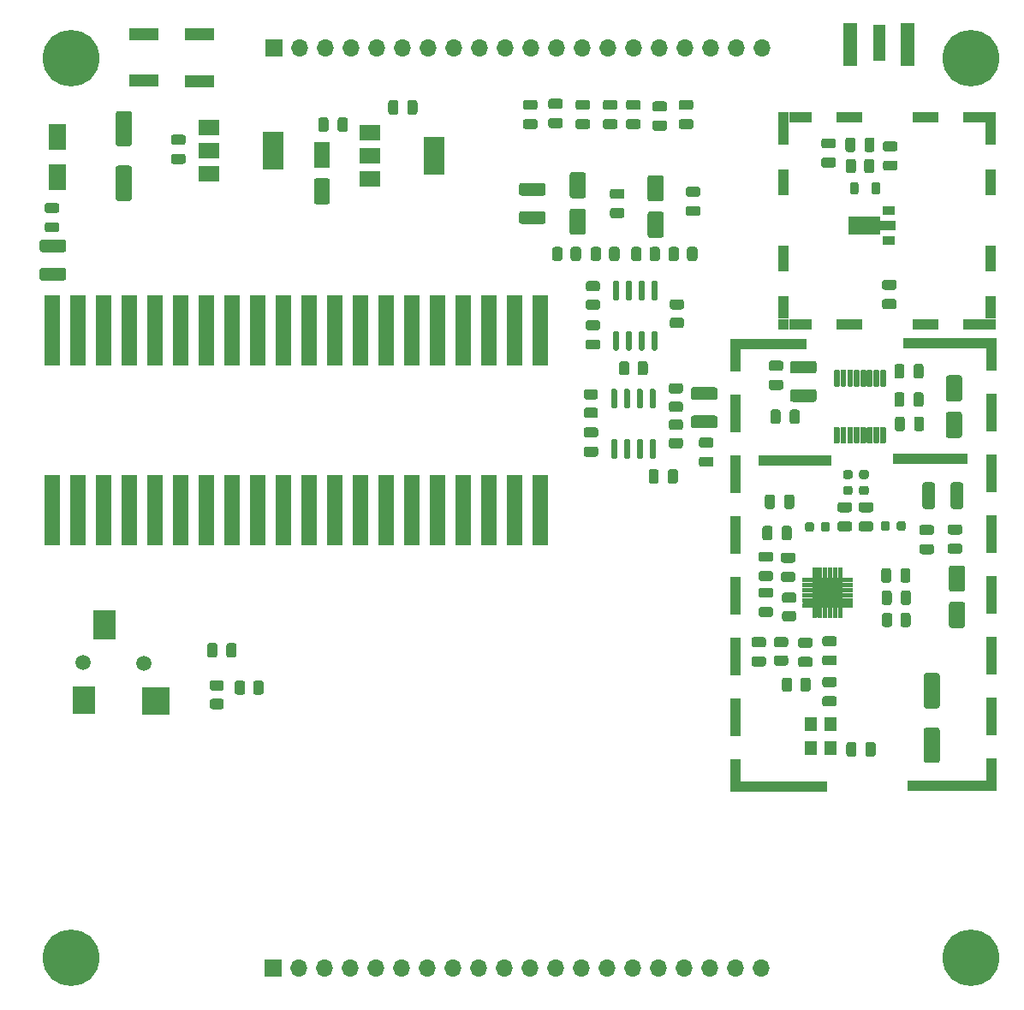
<source format=gbr>
%TF.GenerationSoftware,KiCad,Pcbnew,(5.1.12)-1*%
%TF.CreationDate,2024-04-15T13:07:49-04:00*%
%TF.ProjectId,QO100_TX,514f3130-305f-4545-982e-6b696361645f,rev?*%
%TF.SameCoordinates,Original*%
%TF.FileFunction,Soldermask,Top*%
%TF.FilePolarity,Negative*%
%FSLAX46Y46*%
G04 Gerber Fmt 4.6, Leading zero omitted, Abs format (unit mm)*
G04 Created by KiCad (PCBNEW (5.1.12)-1) date 2024-04-15 13:07:49*
%MOMM*%
%LPD*%
G01*
G04 APERTURE LIST*
%ADD10R,3.800000X1.000000*%
%ADD11R,1.550000X1.000000*%
%ADD12R,1.000000X2.300000*%
%ADD13R,1.000000X3.800000*%
%ADD14R,1.000000X1.000000*%
%ADD15R,1.800000X2.500000*%
%ADD16R,1.200000X1.400000*%
%ADD17C,0.100000*%
%ADD18R,1.300000X0.900000*%
%ADD19R,2.000000X1.500000*%
%ADD20R,2.000000X3.800000*%
%ADD21R,1.500000X7.000000*%
%ADD22R,3.000000X1.300000*%
%ADD23R,1.000000X2.600000*%
%ADD24R,2.300000X1.000000*%
%ADD25R,2.600000X1.000000*%
%ADD26R,1.270000X3.600000*%
%ADD27R,1.350000X4.200000*%
%ADD28R,2.200000X3.000000*%
%ADD29R,2.200000X2.800000*%
%ADD30R,2.800000X2.800000*%
%ADD31C,1.500000*%
%ADD32C,5.600000*%
%ADD33O,1.700000X1.700000*%
%ADD34R,1.700000X1.700000*%
G04 APERTURE END LIST*
%TO.C,U8*%
G36*
G01*
X132450000Y-183448000D02*
X135150000Y-183448000D01*
G75*
G02*
X135252000Y-183550000I0J-102000D01*
G01*
X135252000Y-186250000D01*
G75*
G02*
X135150000Y-186352000I-102000J0D01*
G01*
X132450000Y-186352000D01*
G75*
G02*
X132348000Y-186250000I0J102000D01*
G01*
X132348000Y-183550000D01*
G75*
G02*
X132450000Y-183448000I102000J0D01*
G01*
G37*
G36*
G01*
X134831920Y-186323000D02*
X135268080Y-186323000D01*
G75*
G02*
X135282000Y-186336920I0J-13920D01*
G01*
X135282000Y-187353080D01*
G75*
G02*
X135268080Y-187367000I-13920J0D01*
G01*
X134831920Y-187367000D01*
G75*
G02*
X134818000Y-187353080I0J13920D01*
G01*
X134818000Y-186336920D01*
G75*
G02*
X134831920Y-186323000I13920J0D01*
G01*
G37*
G36*
G01*
X134331920Y-186323000D02*
X134768080Y-186323000D01*
G75*
G02*
X134782000Y-186336920I0J-13920D01*
G01*
X134782000Y-187353080D01*
G75*
G02*
X134768080Y-187367000I-13920J0D01*
G01*
X134331920Y-187367000D01*
G75*
G02*
X134318000Y-187353080I0J13920D01*
G01*
X134318000Y-186336920D01*
G75*
G02*
X134331920Y-186323000I13920J0D01*
G01*
G37*
G36*
G01*
X133831920Y-186323000D02*
X134268080Y-186323000D01*
G75*
G02*
X134282000Y-186336920I0J-13920D01*
G01*
X134282000Y-187353080D01*
G75*
G02*
X134268080Y-187367000I-13920J0D01*
G01*
X133831920Y-187367000D01*
G75*
G02*
X133818000Y-187353080I0J13920D01*
G01*
X133818000Y-186336920D01*
G75*
G02*
X133831920Y-186323000I13920J0D01*
G01*
G37*
G36*
G01*
X133331920Y-186323000D02*
X133768080Y-186323000D01*
G75*
G02*
X133782000Y-186336920I0J-13920D01*
G01*
X133782000Y-187353080D01*
G75*
G02*
X133768080Y-187367000I-13920J0D01*
G01*
X133331920Y-187367000D01*
G75*
G02*
X133318000Y-187353080I0J13920D01*
G01*
X133318000Y-186336920D01*
G75*
G02*
X133331920Y-186323000I13920J0D01*
G01*
G37*
G36*
G01*
X132831920Y-186323000D02*
X133268080Y-186323000D01*
G75*
G02*
X133282000Y-186336920I0J-13920D01*
G01*
X133282000Y-187353080D01*
G75*
G02*
X133268080Y-187367000I-13920J0D01*
G01*
X132831920Y-187367000D01*
G75*
G02*
X132818000Y-187353080I0J13920D01*
G01*
X132818000Y-186336920D01*
G75*
G02*
X132831920Y-186323000I13920J0D01*
G01*
G37*
G36*
G01*
X132331920Y-186323000D02*
X132768080Y-186323000D01*
G75*
G02*
X132782000Y-186336920I0J-13920D01*
G01*
X132782000Y-187353080D01*
G75*
G02*
X132768080Y-187367000I-13920J0D01*
G01*
X132331920Y-187367000D01*
G75*
G02*
X132318000Y-187353080I0J13920D01*
G01*
X132318000Y-186336920D01*
G75*
G02*
X132331920Y-186323000I13920J0D01*
G01*
G37*
G36*
G01*
X132331920Y-182433000D02*
X132768080Y-182433000D01*
G75*
G02*
X132782000Y-182446920I0J-13920D01*
G01*
X132782000Y-183463080D01*
G75*
G02*
X132768080Y-183477000I-13920J0D01*
G01*
X132331920Y-183477000D01*
G75*
G02*
X132318000Y-183463080I0J13920D01*
G01*
X132318000Y-182446920D01*
G75*
G02*
X132331920Y-182433000I13920J0D01*
G01*
G37*
G36*
G01*
X132831920Y-182433000D02*
X133268080Y-182433000D01*
G75*
G02*
X133282000Y-182446920I0J-13920D01*
G01*
X133282000Y-183463080D01*
G75*
G02*
X133268080Y-183477000I-13920J0D01*
G01*
X132831920Y-183477000D01*
G75*
G02*
X132818000Y-183463080I0J13920D01*
G01*
X132818000Y-182446920D01*
G75*
G02*
X132831920Y-182433000I13920J0D01*
G01*
G37*
G36*
G01*
X133331920Y-182433000D02*
X133768080Y-182433000D01*
G75*
G02*
X133782000Y-182446920I0J-13920D01*
G01*
X133782000Y-183463080D01*
G75*
G02*
X133768080Y-183477000I-13920J0D01*
G01*
X133331920Y-183477000D01*
G75*
G02*
X133318000Y-183463080I0J13920D01*
G01*
X133318000Y-182446920D01*
G75*
G02*
X133331920Y-182433000I13920J0D01*
G01*
G37*
G36*
G01*
X133831920Y-182433000D02*
X134268080Y-182433000D01*
G75*
G02*
X134282000Y-182446920I0J-13920D01*
G01*
X134282000Y-183463080D01*
G75*
G02*
X134268080Y-183477000I-13920J0D01*
G01*
X133831920Y-183477000D01*
G75*
G02*
X133818000Y-183463080I0J13920D01*
G01*
X133818000Y-182446920D01*
G75*
G02*
X133831920Y-182433000I13920J0D01*
G01*
G37*
G36*
G01*
X134331920Y-182433000D02*
X134768080Y-182433000D01*
G75*
G02*
X134782000Y-182446920I0J-13920D01*
G01*
X134782000Y-183463080D01*
G75*
G02*
X134768080Y-183477000I-13920J0D01*
G01*
X134331920Y-183477000D01*
G75*
G02*
X134318000Y-183463080I0J13920D01*
G01*
X134318000Y-182446920D01*
G75*
G02*
X134331920Y-182433000I13920J0D01*
G01*
G37*
G36*
G01*
X134831920Y-182433000D02*
X135268080Y-182433000D01*
G75*
G02*
X135282000Y-182446920I0J-13920D01*
G01*
X135282000Y-183463080D01*
G75*
G02*
X135268080Y-183477000I-13920J0D01*
G01*
X134831920Y-183477000D01*
G75*
G02*
X134818000Y-183463080I0J13920D01*
G01*
X134818000Y-182446920D01*
G75*
G02*
X134831920Y-182433000I13920J0D01*
G01*
G37*
G36*
G01*
X135223000Y-183868080D02*
X135223000Y-183431920D01*
G75*
G02*
X135236920Y-183418000I13920J0D01*
G01*
X136253080Y-183418000D01*
G75*
G02*
X136267000Y-183431920I0J-13920D01*
G01*
X136267000Y-183868080D01*
G75*
G02*
X136253080Y-183882000I-13920J0D01*
G01*
X135236920Y-183882000D01*
G75*
G02*
X135223000Y-183868080I0J13920D01*
G01*
G37*
G36*
G01*
X135223000Y-184368080D02*
X135223000Y-183931920D01*
G75*
G02*
X135236920Y-183918000I13920J0D01*
G01*
X136253080Y-183918000D01*
G75*
G02*
X136267000Y-183931920I0J-13920D01*
G01*
X136267000Y-184368080D01*
G75*
G02*
X136253080Y-184382000I-13920J0D01*
G01*
X135236920Y-184382000D01*
G75*
G02*
X135223000Y-184368080I0J13920D01*
G01*
G37*
G36*
G01*
X135223000Y-184868080D02*
X135223000Y-184431920D01*
G75*
G02*
X135236920Y-184418000I13920J0D01*
G01*
X136253080Y-184418000D01*
G75*
G02*
X136267000Y-184431920I0J-13920D01*
G01*
X136267000Y-184868080D01*
G75*
G02*
X136253080Y-184882000I-13920J0D01*
G01*
X135236920Y-184882000D01*
G75*
G02*
X135223000Y-184868080I0J13920D01*
G01*
G37*
G36*
G01*
X135223000Y-185368080D02*
X135223000Y-184931920D01*
G75*
G02*
X135236920Y-184918000I13920J0D01*
G01*
X136253080Y-184918000D01*
G75*
G02*
X136267000Y-184931920I0J-13920D01*
G01*
X136267000Y-185368080D01*
G75*
G02*
X136253080Y-185382000I-13920J0D01*
G01*
X135236920Y-185382000D01*
G75*
G02*
X135223000Y-185368080I0J13920D01*
G01*
G37*
G36*
G01*
X135223000Y-185868080D02*
X135223000Y-185431920D01*
G75*
G02*
X135236920Y-185418000I13920J0D01*
G01*
X136253080Y-185418000D01*
G75*
G02*
X136267000Y-185431920I0J-13920D01*
G01*
X136267000Y-185868080D01*
G75*
G02*
X136253080Y-185882000I-13920J0D01*
G01*
X135236920Y-185882000D01*
G75*
G02*
X135223000Y-185868080I0J13920D01*
G01*
G37*
G36*
G01*
X135223000Y-186368080D02*
X135223000Y-185931920D01*
G75*
G02*
X135236920Y-185918000I13920J0D01*
G01*
X136253080Y-185918000D01*
G75*
G02*
X136267000Y-185931920I0J-13920D01*
G01*
X136267000Y-186368080D01*
G75*
G02*
X136253080Y-186382000I-13920J0D01*
G01*
X135236920Y-186382000D01*
G75*
G02*
X135223000Y-186368080I0J13920D01*
G01*
G37*
G36*
G01*
X131333000Y-186368080D02*
X131333000Y-185931920D01*
G75*
G02*
X131346920Y-185918000I13920J0D01*
G01*
X132363080Y-185918000D01*
G75*
G02*
X132377000Y-185931920I0J-13920D01*
G01*
X132377000Y-186368080D01*
G75*
G02*
X132363080Y-186382000I-13920J0D01*
G01*
X131346920Y-186382000D01*
G75*
G02*
X131333000Y-186368080I0J13920D01*
G01*
G37*
G36*
G01*
X131333000Y-185868080D02*
X131333000Y-185431920D01*
G75*
G02*
X131346920Y-185418000I13920J0D01*
G01*
X132363080Y-185418000D01*
G75*
G02*
X132377000Y-185431920I0J-13920D01*
G01*
X132377000Y-185868080D01*
G75*
G02*
X132363080Y-185882000I-13920J0D01*
G01*
X131346920Y-185882000D01*
G75*
G02*
X131333000Y-185868080I0J13920D01*
G01*
G37*
G36*
G01*
X131333000Y-185368080D02*
X131333000Y-184931920D01*
G75*
G02*
X131346920Y-184918000I13920J0D01*
G01*
X132363080Y-184918000D01*
G75*
G02*
X132377000Y-184931920I0J-13920D01*
G01*
X132377000Y-185368080D01*
G75*
G02*
X132363080Y-185382000I-13920J0D01*
G01*
X131346920Y-185382000D01*
G75*
G02*
X131333000Y-185368080I0J13920D01*
G01*
G37*
G36*
G01*
X131333000Y-184868080D02*
X131333000Y-184431920D01*
G75*
G02*
X131346920Y-184418000I13920J0D01*
G01*
X132363080Y-184418000D01*
G75*
G02*
X132377000Y-184431920I0J-13920D01*
G01*
X132377000Y-184868080D01*
G75*
G02*
X132363080Y-184882000I-13920J0D01*
G01*
X131346920Y-184882000D01*
G75*
G02*
X131333000Y-184868080I0J13920D01*
G01*
G37*
G36*
G01*
X131333000Y-184368080D02*
X131333000Y-183931920D01*
G75*
G02*
X131346920Y-183918000I13920J0D01*
G01*
X132363080Y-183918000D01*
G75*
G02*
X132377000Y-183931920I0J-13920D01*
G01*
X132377000Y-184368080D01*
G75*
G02*
X132363080Y-184382000I-13920J0D01*
G01*
X131346920Y-184382000D01*
G75*
G02*
X131333000Y-184368080I0J13920D01*
G01*
G37*
G36*
G01*
X131333000Y-183868080D02*
X131333000Y-183431920D01*
G75*
G02*
X131346920Y-183418000I13920J0D01*
G01*
X132363080Y-183418000D01*
G75*
G02*
X132377000Y-183431920I0J-13920D01*
G01*
X132377000Y-183868080D01*
G75*
G02*
X132363080Y-183882000I-13920J0D01*
G01*
X131346920Y-183882000D01*
G75*
G02*
X131333000Y-183868080I0J13920D01*
G01*
G37*
%TD*%
%TO.C,C12*%
G36*
G01*
X146850000Y-166000000D02*
X145750000Y-166000000D01*
G75*
G02*
X145500000Y-165750000I0J250000D01*
G01*
X145500000Y-163650000D01*
G75*
G02*
X145750000Y-163400000I250000J0D01*
G01*
X146850000Y-163400000D01*
G75*
G02*
X147100000Y-163650000I0J-250000D01*
G01*
X147100000Y-165750000D01*
G75*
G02*
X146850000Y-166000000I-250000J0D01*
G01*
G37*
G36*
G01*
X146850000Y-169600000D02*
X145750000Y-169600000D01*
G75*
G02*
X145500000Y-169350000I0J250000D01*
G01*
X145500000Y-167250000D01*
G75*
G02*
X145750000Y-167000000I250000J0D01*
G01*
X146850000Y-167000000D01*
G75*
G02*
X147100000Y-167250000I0J-250000D01*
G01*
X147100000Y-169350000D01*
G75*
G02*
X146850000Y-169600000I-250000J0D01*
G01*
G37*
%TD*%
D10*
%TO.C,J4*%
X142150000Y-171650000D03*
X132350000Y-171800000D03*
X128850000Y-171800000D03*
X145750000Y-171650000D03*
D11*
X148725000Y-160200000D03*
X148725000Y-204000000D03*
D10*
X146150000Y-160200000D03*
X146150000Y-204000000D03*
X143150000Y-160200000D03*
X143550000Y-204000000D03*
X126150000Y-160300000D03*
X128450000Y-204100000D03*
X129850000Y-160300000D03*
X131850000Y-204100000D03*
D11*
X125975000Y-160300000D03*
X125975000Y-204100000D03*
D12*
X150000000Y-161850000D03*
X124700000Y-161950000D03*
D13*
X150000000Y-167100000D03*
X124700000Y-167200000D03*
X150000000Y-173100000D03*
X124700000Y-173200000D03*
X150000000Y-179100000D03*
X124700000Y-179200000D03*
X150000000Y-185100000D03*
X124700000Y-185200000D03*
X150000000Y-191100000D03*
X124700000Y-191200000D03*
X150000000Y-197100000D03*
X124700000Y-197200000D03*
D12*
X150000000Y-202350000D03*
X124700000Y-202450000D03*
D14*
X150000000Y-204000000D03*
X150000000Y-160200000D03*
X124700000Y-160300000D03*
X124700000Y-204100000D03*
%TD*%
D15*
%TO.C,D1*%
X57600000Y-139800000D03*
X57600000Y-143800000D03*
%TD*%
D16*
%TO.C,Y1*%
X134050000Y-197900000D03*
X134050000Y-200300000D03*
X132150000Y-200300000D03*
X132150000Y-197900000D03*
%TD*%
D17*
%TO.C,U7*%
G36*
X135900000Y-147733500D02*
G01*
X139025000Y-147733500D01*
X139025000Y-148150000D01*
X140500000Y-148150000D01*
X140500000Y-149050000D01*
X139025000Y-149050000D01*
X139025000Y-149466500D01*
X135900000Y-149466500D01*
X135900000Y-147733500D01*
G37*
D18*
X139850000Y-147100000D03*
X139850000Y-150100000D03*
%TD*%
D19*
%TO.C,U6*%
X88550000Y-139400000D03*
X88550000Y-144000000D03*
X88550000Y-141700000D03*
D20*
X94850000Y-141700000D03*
%TD*%
D19*
%TO.C,U5*%
X72650000Y-138900000D03*
X72650000Y-143500000D03*
X72650000Y-141200000D03*
D20*
X78950000Y-141200000D03*
%TD*%
%TO.C,U4*%
G36*
G01*
X134891800Y-164519200D02*
X134536200Y-164519200D01*
G75*
G02*
X134434200Y-164417200I0J102000D01*
G01*
X134434200Y-162944000D01*
G75*
G02*
X134536200Y-162842000I102000J0D01*
G01*
X134891800Y-162842000D01*
G75*
G02*
X134993800Y-162944000I0J-102000D01*
G01*
X134993800Y-164417200D01*
G75*
G02*
X134891800Y-164519200I-102000J0D01*
G01*
G37*
G36*
G01*
X135552200Y-164519200D02*
X135196600Y-164519200D01*
G75*
G02*
X135094600Y-164417200I0J102000D01*
G01*
X135094600Y-162944000D01*
G75*
G02*
X135196600Y-162842000I102000J0D01*
G01*
X135552200Y-162842000D01*
G75*
G02*
X135654200Y-162944000I0J-102000D01*
G01*
X135654200Y-164417200D01*
G75*
G02*
X135552200Y-164519200I-102000J0D01*
G01*
G37*
G36*
G01*
X136212600Y-164519200D02*
X135857000Y-164519200D01*
G75*
G02*
X135755000Y-164417200I0J102000D01*
G01*
X135755000Y-162944000D01*
G75*
G02*
X135857000Y-162842000I102000J0D01*
G01*
X136212600Y-162842000D01*
G75*
G02*
X136314600Y-162944000I0J-102000D01*
G01*
X136314600Y-164417200D01*
G75*
G02*
X136212600Y-164519200I-102000J0D01*
G01*
G37*
G36*
G01*
X136847600Y-164519200D02*
X136492000Y-164519200D01*
G75*
G02*
X136390000Y-164417200I0J102000D01*
G01*
X136390000Y-162944000D01*
G75*
G02*
X136492000Y-162842000I102000J0D01*
G01*
X136847600Y-162842000D01*
G75*
G02*
X136949600Y-162944000I0J-102000D01*
G01*
X136949600Y-164417200D01*
G75*
G02*
X136847600Y-164519200I-102000J0D01*
G01*
G37*
G36*
G01*
X137508000Y-164519200D02*
X137152400Y-164519200D01*
G75*
G02*
X137050400Y-164417200I0J102000D01*
G01*
X137050400Y-162944000D01*
G75*
G02*
X137152400Y-162842000I102000J0D01*
G01*
X137508000Y-162842000D01*
G75*
G02*
X137610000Y-162944000I0J-102000D01*
G01*
X137610000Y-164417200D01*
G75*
G02*
X137508000Y-164519200I-102000J0D01*
G01*
G37*
G36*
G01*
X138143000Y-164519200D02*
X137787400Y-164519200D01*
G75*
G02*
X137685400Y-164417200I0J102000D01*
G01*
X137685400Y-162944000D01*
G75*
G02*
X137787400Y-162842000I102000J0D01*
G01*
X138143000Y-162842000D01*
G75*
G02*
X138245000Y-162944000I0J-102000D01*
G01*
X138245000Y-164417200D01*
G75*
G02*
X138143000Y-164519200I-102000J0D01*
G01*
G37*
G36*
G01*
X138803400Y-164519200D02*
X138447800Y-164519200D01*
G75*
G02*
X138345800Y-164417200I0J102000D01*
G01*
X138345800Y-162944000D01*
G75*
G02*
X138447800Y-162842000I102000J0D01*
G01*
X138803400Y-162842000D01*
G75*
G02*
X138905400Y-162944000I0J-102000D01*
G01*
X138905400Y-164417200D01*
G75*
G02*
X138803400Y-164519200I-102000J0D01*
G01*
G37*
G36*
G01*
X139463800Y-164519200D02*
X139108200Y-164519200D01*
G75*
G02*
X139006200Y-164417200I0J102000D01*
G01*
X139006200Y-162944000D01*
G75*
G02*
X139108200Y-162842000I102000J0D01*
G01*
X139463800Y-162842000D01*
G75*
G02*
X139565800Y-162944000I0J-102000D01*
G01*
X139565800Y-164417200D01*
G75*
G02*
X139463800Y-164519200I-102000J0D01*
G01*
G37*
G36*
G01*
X139463800Y-170158000D02*
X139108200Y-170158000D01*
G75*
G02*
X139006200Y-170056000I0J102000D01*
G01*
X139006200Y-168582800D01*
G75*
G02*
X139108200Y-168480800I102000J0D01*
G01*
X139463800Y-168480800D01*
G75*
G02*
X139565800Y-168582800I0J-102000D01*
G01*
X139565800Y-170056000D01*
G75*
G02*
X139463800Y-170158000I-102000J0D01*
G01*
G37*
G36*
G01*
X138803400Y-170158000D02*
X138447800Y-170158000D01*
G75*
G02*
X138345800Y-170056000I0J102000D01*
G01*
X138345800Y-168582800D01*
G75*
G02*
X138447800Y-168480800I102000J0D01*
G01*
X138803400Y-168480800D01*
G75*
G02*
X138905400Y-168582800I0J-102000D01*
G01*
X138905400Y-170056000D01*
G75*
G02*
X138803400Y-170158000I-102000J0D01*
G01*
G37*
G36*
G01*
X138143000Y-170158000D02*
X137787400Y-170158000D01*
G75*
G02*
X137685400Y-170056000I0J102000D01*
G01*
X137685400Y-168582800D01*
G75*
G02*
X137787400Y-168480800I102000J0D01*
G01*
X138143000Y-168480800D01*
G75*
G02*
X138245000Y-168582800I0J-102000D01*
G01*
X138245000Y-170056000D01*
G75*
G02*
X138143000Y-170158000I-102000J0D01*
G01*
G37*
G36*
G01*
X137508000Y-170158000D02*
X137152400Y-170158000D01*
G75*
G02*
X137050400Y-170056000I0J102000D01*
G01*
X137050400Y-168582800D01*
G75*
G02*
X137152400Y-168480800I102000J0D01*
G01*
X137508000Y-168480800D01*
G75*
G02*
X137610000Y-168582800I0J-102000D01*
G01*
X137610000Y-170056000D01*
G75*
G02*
X137508000Y-170158000I-102000J0D01*
G01*
G37*
G36*
G01*
X136847600Y-170158000D02*
X136492000Y-170158000D01*
G75*
G02*
X136390000Y-170056000I0J102000D01*
G01*
X136390000Y-168582800D01*
G75*
G02*
X136492000Y-168480800I102000J0D01*
G01*
X136847600Y-168480800D01*
G75*
G02*
X136949600Y-168582800I0J-102000D01*
G01*
X136949600Y-170056000D01*
G75*
G02*
X136847600Y-170158000I-102000J0D01*
G01*
G37*
G36*
G01*
X136212600Y-170158000D02*
X135857000Y-170158000D01*
G75*
G02*
X135755000Y-170056000I0J102000D01*
G01*
X135755000Y-168582800D01*
G75*
G02*
X135857000Y-168480800I102000J0D01*
G01*
X136212600Y-168480800D01*
G75*
G02*
X136314600Y-168582800I0J-102000D01*
G01*
X136314600Y-170056000D01*
G75*
G02*
X136212600Y-170158000I-102000J0D01*
G01*
G37*
G36*
G01*
X135552200Y-170158000D02*
X135196600Y-170158000D01*
G75*
G02*
X135094600Y-170056000I0J102000D01*
G01*
X135094600Y-168582800D01*
G75*
G02*
X135196600Y-168480800I102000J0D01*
G01*
X135552200Y-168480800D01*
G75*
G02*
X135654200Y-168582800I0J-102000D01*
G01*
X135654200Y-170056000D01*
G75*
G02*
X135552200Y-170158000I-102000J0D01*
G01*
G37*
G36*
G01*
X134891800Y-170158000D02*
X134536200Y-170158000D01*
G75*
G02*
X134434200Y-170056000I0J102000D01*
G01*
X134434200Y-168582800D01*
G75*
G02*
X134536200Y-168480800I102000J0D01*
G01*
X134891800Y-168480800D01*
G75*
G02*
X134993800Y-168582800I0J-102000D01*
G01*
X134993800Y-170056000D01*
G75*
G02*
X134891800Y-170158000I-102000J0D01*
G01*
G37*
%TD*%
%TO.C,U3*%
G36*
G01*
X116555000Y-159000000D02*
X116855000Y-159000000D01*
G75*
G02*
X117005000Y-159150000I0J-150000D01*
G01*
X117005000Y-160800000D01*
G75*
G02*
X116855000Y-160950000I-150000J0D01*
G01*
X116555000Y-160950000D01*
G75*
G02*
X116405000Y-160800000I0J150000D01*
G01*
X116405000Y-159150000D01*
G75*
G02*
X116555000Y-159000000I150000J0D01*
G01*
G37*
G36*
G01*
X115285000Y-159000000D02*
X115585000Y-159000000D01*
G75*
G02*
X115735000Y-159150000I0J-150000D01*
G01*
X115735000Y-160800000D01*
G75*
G02*
X115585000Y-160950000I-150000J0D01*
G01*
X115285000Y-160950000D01*
G75*
G02*
X115135000Y-160800000I0J150000D01*
G01*
X115135000Y-159150000D01*
G75*
G02*
X115285000Y-159000000I150000J0D01*
G01*
G37*
G36*
G01*
X114015000Y-159000000D02*
X114315000Y-159000000D01*
G75*
G02*
X114465000Y-159150000I0J-150000D01*
G01*
X114465000Y-160800000D01*
G75*
G02*
X114315000Y-160950000I-150000J0D01*
G01*
X114015000Y-160950000D01*
G75*
G02*
X113865000Y-160800000I0J150000D01*
G01*
X113865000Y-159150000D01*
G75*
G02*
X114015000Y-159000000I150000J0D01*
G01*
G37*
G36*
G01*
X112745000Y-159000000D02*
X113045000Y-159000000D01*
G75*
G02*
X113195000Y-159150000I0J-150000D01*
G01*
X113195000Y-160800000D01*
G75*
G02*
X113045000Y-160950000I-150000J0D01*
G01*
X112745000Y-160950000D01*
G75*
G02*
X112595000Y-160800000I0J150000D01*
G01*
X112595000Y-159150000D01*
G75*
G02*
X112745000Y-159000000I150000J0D01*
G01*
G37*
G36*
G01*
X112745000Y-154050000D02*
X113045000Y-154050000D01*
G75*
G02*
X113195000Y-154200000I0J-150000D01*
G01*
X113195000Y-155850000D01*
G75*
G02*
X113045000Y-156000000I-150000J0D01*
G01*
X112745000Y-156000000D01*
G75*
G02*
X112595000Y-155850000I0J150000D01*
G01*
X112595000Y-154200000D01*
G75*
G02*
X112745000Y-154050000I150000J0D01*
G01*
G37*
G36*
G01*
X114015000Y-154050000D02*
X114315000Y-154050000D01*
G75*
G02*
X114465000Y-154200000I0J-150000D01*
G01*
X114465000Y-155850000D01*
G75*
G02*
X114315000Y-156000000I-150000J0D01*
G01*
X114015000Y-156000000D01*
G75*
G02*
X113865000Y-155850000I0J150000D01*
G01*
X113865000Y-154200000D01*
G75*
G02*
X114015000Y-154050000I150000J0D01*
G01*
G37*
G36*
G01*
X115285000Y-154050000D02*
X115585000Y-154050000D01*
G75*
G02*
X115735000Y-154200000I0J-150000D01*
G01*
X115735000Y-155850000D01*
G75*
G02*
X115585000Y-156000000I-150000J0D01*
G01*
X115285000Y-156000000D01*
G75*
G02*
X115135000Y-155850000I0J150000D01*
G01*
X115135000Y-154200000D01*
G75*
G02*
X115285000Y-154050000I150000J0D01*
G01*
G37*
G36*
G01*
X116555000Y-154050000D02*
X116855000Y-154050000D01*
G75*
G02*
X117005000Y-154200000I0J-150000D01*
G01*
X117005000Y-155850000D01*
G75*
G02*
X116855000Y-156000000I-150000J0D01*
G01*
X116555000Y-156000000D01*
G75*
G02*
X116405000Y-155850000I0J150000D01*
G01*
X116405000Y-154200000D01*
G75*
G02*
X116555000Y-154050000I150000J0D01*
G01*
G37*
%TD*%
%TO.C,U2*%
G36*
G01*
X116355000Y-169700000D02*
X116655000Y-169700000D01*
G75*
G02*
X116805000Y-169850000I0J-150000D01*
G01*
X116805000Y-171500000D01*
G75*
G02*
X116655000Y-171650000I-150000J0D01*
G01*
X116355000Y-171650000D01*
G75*
G02*
X116205000Y-171500000I0J150000D01*
G01*
X116205000Y-169850000D01*
G75*
G02*
X116355000Y-169700000I150000J0D01*
G01*
G37*
G36*
G01*
X115085000Y-169700000D02*
X115385000Y-169700000D01*
G75*
G02*
X115535000Y-169850000I0J-150000D01*
G01*
X115535000Y-171500000D01*
G75*
G02*
X115385000Y-171650000I-150000J0D01*
G01*
X115085000Y-171650000D01*
G75*
G02*
X114935000Y-171500000I0J150000D01*
G01*
X114935000Y-169850000D01*
G75*
G02*
X115085000Y-169700000I150000J0D01*
G01*
G37*
G36*
G01*
X113815000Y-169700000D02*
X114115000Y-169700000D01*
G75*
G02*
X114265000Y-169850000I0J-150000D01*
G01*
X114265000Y-171500000D01*
G75*
G02*
X114115000Y-171650000I-150000J0D01*
G01*
X113815000Y-171650000D01*
G75*
G02*
X113665000Y-171500000I0J150000D01*
G01*
X113665000Y-169850000D01*
G75*
G02*
X113815000Y-169700000I150000J0D01*
G01*
G37*
G36*
G01*
X112545000Y-169700000D02*
X112845000Y-169700000D01*
G75*
G02*
X112995000Y-169850000I0J-150000D01*
G01*
X112995000Y-171500000D01*
G75*
G02*
X112845000Y-171650000I-150000J0D01*
G01*
X112545000Y-171650000D01*
G75*
G02*
X112395000Y-171500000I0J150000D01*
G01*
X112395000Y-169850000D01*
G75*
G02*
X112545000Y-169700000I150000J0D01*
G01*
G37*
G36*
G01*
X112545000Y-164750000D02*
X112845000Y-164750000D01*
G75*
G02*
X112995000Y-164900000I0J-150000D01*
G01*
X112995000Y-166550000D01*
G75*
G02*
X112845000Y-166700000I-150000J0D01*
G01*
X112545000Y-166700000D01*
G75*
G02*
X112395000Y-166550000I0J150000D01*
G01*
X112395000Y-164900000D01*
G75*
G02*
X112545000Y-164750000I150000J0D01*
G01*
G37*
G36*
G01*
X113815000Y-164750000D02*
X114115000Y-164750000D01*
G75*
G02*
X114265000Y-164900000I0J-150000D01*
G01*
X114265000Y-166550000D01*
G75*
G02*
X114115000Y-166700000I-150000J0D01*
G01*
X113815000Y-166700000D01*
G75*
G02*
X113665000Y-166550000I0J150000D01*
G01*
X113665000Y-164900000D01*
G75*
G02*
X113815000Y-164750000I150000J0D01*
G01*
G37*
G36*
G01*
X115085000Y-164750000D02*
X115385000Y-164750000D01*
G75*
G02*
X115535000Y-164900000I0J-150000D01*
G01*
X115535000Y-166550000D01*
G75*
G02*
X115385000Y-166700000I-150000J0D01*
G01*
X115085000Y-166700000D01*
G75*
G02*
X114935000Y-166550000I0J150000D01*
G01*
X114935000Y-164900000D01*
G75*
G02*
X115085000Y-164750000I150000J0D01*
G01*
G37*
G36*
G01*
X116355000Y-164750000D02*
X116655000Y-164750000D01*
G75*
G02*
X116805000Y-164900000I0J-150000D01*
G01*
X116805000Y-166550000D01*
G75*
G02*
X116655000Y-166700000I-150000J0D01*
G01*
X116355000Y-166700000D01*
G75*
G02*
X116205000Y-166550000I0J150000D01*
G01*
X116205000Y-164900000D01*
G75*
G02*
X116355000Y-164750000I150000J0D01*
G01*
G37*
%TD*%
D21*
%TO.C,U1*%
X57100000Y-158980000D03*
X59640000Y-158980000D03*
X62180000Y-158980000D03*
X64720000Y-158980000D03*
X67260000Y-158980000D03*
X69800000Y-158980000D03*
X72340000Y-158980000D03*
X74880000Y-158980000D03*
X77420000Y-158980000D03*
X79960000Y-158980000D03*
X82500000Y-158980000D03*
X85040000Y-158980000D03*
X87580000Y-158980000D03*
X90120000Y-158980000D03*
X92660000Y-158980000D03*
X95200000Y-158980000D03*
X97740000Y-158980000D03*
X100280000Y-158980000D03*
X102820000Y-158980000D03*
X105360000Y-158980000D03*
X105360000Y-176760000D03*
X102820000Y-176760000D03*
X100280000Y-176760000D03*
X97740000Y-176760000D03*
X95200000Y-176760000D03*
X92660000Y-176760000D03*
X90120000Y-176760000D03*
X87580000Y-176760000D03*
X85040000Y-176760000D03*
X82500000Y-176760000D03*
X79960000Y-176760000D03*
X77420000Y-176760000D03*
X74880000Y-176760000D03*
X72340000Y-176760000D03*
X69800000Y-176760000D03*
X67260000Y-176760000D03*
X64720000Y-176760000D03*
X62180000Y-176760000D03*
X59640000Y-176760000D03*
X57100000Y-176760000D03*
%TD*%
D22*
%TO.C,SW1*%
X71700000Y-134300000D03*
X71700000Y-129700000D03*
X66200000Y-129700000D03*
X66200000Y-134250000D03*
%TD*%
%TO.C,R17*%
G36*
G01*
X140200000Y-187149998D02*
X140200000Y-188050002D01*
G75*
G02*
X139950002Y-188300000I-249998J0D01*
G01*
X139424998Y-188300000D01*
G75*
G02*
X139175000Y-188050002I0J249998D01*
G01*
X139175000Y-187149998D01*
G75*
G02*
X139424998Y-186900000I249998J0D01*
G01*
X139950002Y-186900000D01*
G75*
G02*
X140200000Y-187149998I0J-249998D01*
G01*
G37*
G36*
G01*
X142025000Y-187149998D02*
X142025000Y-188050002D01*
G75*
G02*
X141775002Y-188300000I-249998J0D01*
G01*
X141249998Y-188300000D01*
G75*
G02*
X141000000Y-188050002I0J249998D01*
G01*
X141000000Y-187149998D01*
G75*
G02*
X141249998Y-186900000I249998J0D01*
G01*
X141775002Y-186900000D01*
G75*
G02*
X142025000Y-187149998I0J-249998D01*
G01*
G37*
%TD*%
%TO.C,R16*%
G36*
G01*
X130450002Y-185912500D02*
X129549998Y-185912500D01*
G75*
G02*
X129300000Y-185662502I0J249998D01*
G01*
X129300000Y-185137498D01*
G75*
G02*
X129549998Y-184887500I249998J0D01*
G01*
X130450002Y-184887500D01*
G75*
G02*
X130700000Y-185137498I0J-249998D01*
G01*
X130700000Y-185662502D01*
G75*
G02*
X130450002Y-185912500I-249998J0D01*
G01*
G37*
G36*
G01*
X130450002Y-187737500D02*
X129549998Y-187737500D01*
G75*
G02*
X129300000Y-187487502I0J249998D01*
G01*
X129300000Y-186962498D01*
G75*
G02*
X129549998Y-186712500I249998J0D01*
G01*
X130450002Y-186712500D01*
G75*
G02*
X130700000Y-186962498I0J-249998D01*
G01*
X130700000Y-187487502D01*
G75*
G02*
X130450002Y-187737500I-249998J0D01*
G01*
G37*
%TD*%
%TO.C,R15*%
G36*
G01*
X136600000Y-142249998D02*
X136600000Y-143150002D01*
G75*
G02*
X136350002Y-143400000I-249998J0D01*
G01*
X135824998Y-143400000D01*
G75*
G02*
X135575000Y-143150002I0J249998D01*
G01*
X135575000Y-142249998D01*
G75*
G02*
X135824998Y-142000000I249998J0D01*
G01*
X136350002Y-142000000D01*
G75*
G02*
X136600000Y-142249998I0J-249998D01*
G01*
G37*
G36*
G01*
X138425000Y-142249998D02*
X138425000Y-143150002D01*
G75*
G02*
X138175002Y-143400000I-249998J0D01*
G01*
X137649998Y-143400000D01*
G75*
G02*
X137400000Y-143150002I0J249998D01*
G01*
X137400000Y-142249998D01*
G75*
G02*
X137649998Y-142000000I249998J0D01*
G01*
X138175002Y-142000000D01*
G75*
G02*
X138425000Y-142249998I0J-249998D01*
G01*
G37*
%TD*%
%TO.C,R14*%
G36*
G01*
X128749998Y-191100000D02*
X129650002Y-191100000D01*
G75*
G02*
X129900000Y-191349998I0J-249998D01*
G01*
X129900000Y-191875002D01*
G75*
G02*
X129650002Y-192125000I-249998J0D01*
G01*
X128749998Y-192125000D01*
G75*
G02*
X128500000Y-191875002I0J249998D01*
G01*
X128500000Y-191349998D01*
G75*
G02*
X128749998Y-191100000I249998J0D01*
G01*
G37*
G36*
G01*
X128749998Y-189275000D02*
X129650002Y-189275000D01*
G75*
G02*
X129900000Y-189524998I0J-249998D01*
G01*
X129900000Y-190050002D01*
G75*
G02*
X129650002Y-190300000I-249998J0D01*
G01*
X128749998Y-190300000D01*
G75*
G02*
X128500000Y-190050002I0J249998D01*
G01*
X128500000Y-189524998D01*
G75*
G02*
X128749998Y-189275000I249998J0D01*
G01*
G37*
%TD*%
%TO.C,R13*%
G36*
G01*
X115400000Y-150949998D02*
X115400000Y-151850002D01*
G75*
G02*
X115150002Y-152100000I-249998J0D01*
G01*
X114624998Y-152100000D01*
G75*
G02*
X114375000Y-151850002I0J249998D01*
G01*
X114375000Y-150949998D01*
G75*
G02*
X114624998Y-150700000I249998J0D01*
G01*
X115150002Y-150700000D01*
G75*
G02*
X115400000Y-150949998I0J-249998D01*
G01*
G37*
G36*
G01*
X117225000Y-150949998D02*
X117225000Y-151850002D01*
G75*
G02*
X116975002Y-152100000I-249998J0D01*
G01*
X116449998Y-152100000D01*
G75*
G02*
X116200000Y-151850002I0J249998D01*
G01*
X116200000Y-150949998D01*
G75*
G02*
X116449998Y-150700000I249998J0D01*
G01*
X116975002Y-150700000D01*
G75*
G02*
X117225000Y-150949998I0J-249998D01*
G01*
G37*
%TD*%
%TO.C,R12*%
G36*
G01*
X119900000Y-151850002D02*
X119900000Y-150949998D01*
G75*
G02*
X120149998Y-150700000I249998J0D01*
G01*
X120675002Y-150700000D01*
G75*
G02*
X120925000Y-150949998I0J-249998D01*
G01*
X120925000Y-151850002D01*
G75*
G02*
X120675002Y-152100000I-249998J0D01*
G01*
X120149998Y-152100000D01*
G75*
G02*
X119900000Y-151850002I0J249998D01*
G01*
G37*
G36*
G01*
X118075000Y-151850002D02*
X118075000Y-150949998D01*
G75*
G02*
X118324998Y-150700000I249998J0D01*
G01*
X118850002Y-150700000D01*
G75*
G02*
X119100000Y-150949998I0J-249998D01*
G01*
X119100000Y-151850002D01*
G75*
G02*
X118850002Y-152100000I-249998J0D01*
G01*
X118324998Y-152100000D01*
G75*
G02*
X118075000Y-151850002I0J249998D01*
G01*
G37*
%TD*%
%TO.C,R11*%
G36*
G01*
X130300000Y-193549998D02*
X130300000Y-194450002D01*
G75*
G02*
X130050002Y-194700000I-249998J0D01*
G01*
X129524998Y-194700000D01*
G75*
G02*
X129275000Y-194450002I0J249998D01*
G01*
X129275000Y-193549998D01*
G75*
G02*
X129524998Y-193300000I249998J0D01*
G01*
X130050002Y-193300000D01*
G75*
G02*
X130300000Y-193549998I0J-249998D01*
G01*
G37*
G36*
G01*
X132125000Y-193549998D02*
X132125000Y-194450002D01*
G75*
G02*
X131875002Y-194700000I-249998J0D01*
G01*
X131349998Y-194700000D01*
G75*
G02*
X131100000Y-194450002I0J249998D01*
G01*
X131100000Y-193549998D01*
G75*
G02*
X131349998Y-193300000I249998J0D01*
G01*
X131875002Y-193300000D01*
G75*
G02*
X132125000Y-193549998I0J-249998D01*
G01*
G37*
%TD*%
%TO.C,R10*%
G36*
G01*
X112200000Y-151850002D02*
X112200000Y-150949998D01*
G75*
G02*
X112449998Y-150700000I249998J0D01*
G01*
X112975002Y-150700000D01*
G75*
G02*
X113225000Y-150949998I0J-249998D01*
G01*
X113225000Y-151850002D01*
G75*
G02*
X112975002Y-152100000I-249998J0D01*
G01*
X112449998Y-152100000D01*
G75*
G02*
X112200000Y-151850002I0J249998D01*
G01*
G37*
G36*
G01*
X110375000Y-151850002D02*
X110375000Y-150949998D01*
G75*
G02*
X110624998Y-150700000I249998J0D01*
G01*
X111150002Y-150700000D01*
G75*
G02*
X111400000Y-150949998I0J-249998D01*
G01*
X111400000Y-151850002D01*
G75*
G02*
X111150002Y-152100000I-249998J0D01*
G01*
X110624998Y-152100000D01*
G75*
G02*
X110375000Y-151850002I0J249998D01*
G01*
G37*
%TD*%
%TO.C,R9*%
G36*
G01*
X108387500Y-151850002D02*
X108387500Y-150949998D01*
G75*
G02*
X108637498Y-150700000I249998J0D01*
G01*
X109162502Y-150700000D01*
G75*
G02*
X109412500Y-150949998I0J-249998D01*
G01*
X109412500Y-151850002D01*
G75*
G02*
X109162502Y-152100000I-249998J0D01*
G01*
X108637498Y-152100000D01*
G75*
G02*
X108387500Y-151850002I0J249998D01*
G01*
G37*
G36*
G01*
X106562500Y-151850002D02*
X106562500Y-150949998D01*
G75*
G02*
X106812498Y-150700000I249998J0D01*
G01*
X107337502Y-150700000D01*
G75*
G02*
X107587500Y-150949998I0J-249998D01*
G01*
X107587500Y-151850002D01*
G75*
G02*
X107337502Y-152100000I-249998J0D01*
G01*
X106812498Y-152100000D01*
G75*
G02*
X106562500Y-151850002I0J249998D01*
G01*
G37*
%TD*%
%TO.C,R8*%
G36*
G01*
X115000000Y-163150002D02*
X115000000Y-162249998D01*
G75*
G02*
X115249998Y-162000000I249998J0D01*
G01*
X115775002Y-162000000D01*
G75*
G02*
X116025000Y-162249998I0J-249998D01*
G01*
X116025000Y-163150002D01*
G75*
G02*
X115775002Y-163400000I-249998J0D01*
G01*
X115249998Y-163400000D01*
G75*
G02*
X115000000Y-163150002I0J249998D01*
G01*
G37*
G36*
G01*
X113175000Y-163150002D02*
X113175000Y-162249998D01*
G75*
G02*
X113424998Y-162000000I249998J0D01*
G01*
X113950002Y-162000000D01*
G75*
G02*
X114200000Y-162249998I0J-249998D01*
G01*
X114200000Y-163150002D01*
G75*
G02*
X113950002Y-163400000I-249998J0D01*
G01*
X113424998Y-163400000D01*
G75*
G02*
X113175000Y-163150002I0J249998D01*
G01*
G37*
%TD*%
%TO.C,R7*%
G36*
G01*
X118349998Y-169600000D02*
X119250002Y-169600000D01*
G75*
G02*
X119500000Y-169849998I0J-249998D01*
G01*
X119500000Y-170375002D01*
G75*
G02*
X119250002Y-170625000I-249998J0D01*
G01*
X118349998Y-170625000D01*
G75*
G02*
X118100000Y-170375002I0J249998D01*
G01*
X118100000Y-169849998D01*
G75*
G02*
X118349998Y-169600000I249998J0D01*
G01*
G37*
G36*
G01*
X118349998Y-167775000D02*
X119250002Y-167775000D01*
G75*
G02*
X119500000Y-168024998I0J-249998D01*
G01*
X119500000Y-168550002D01*
G75*
G02*
X119250002Y-168800000I-249998J0D01*
G01*
X118349998Y-168800000D01*
G75*
G02*
X118100000Y-168550002I0J249998D01*
G01*
X118100000Y-168024998D01*
G75*
G02*
X118349998Y-167775000I249998J0D01*
G01*
G37*
%TD*%
%TO.C,R6*%
G36*
G01*
X118449998Y-157700000D02*
X119350002Y-157700000D01*
G75*
G02*
X119600000Y-157949998I0J-249998D01*
G01*
X119600000Y-158475002D01*
G75*
G02*
X119350002Y-158725000I-249998J0D01*
G01*
X118449998Y-158725000D01*
G75*
G02*
X118200000Y-158475002I0J249998D01*
G01*
X118200000Y-157949998D01*
G75*
G02*
X118449998Y-157700000I249998J0D01*
G01*
G37*
G36*
G01*
X118449998Y-155875000D02*
X119350002Y-155875000D01*
G75*
G02*
X119600000Y-156124998I0J-249998D01*
G01*
X119600000Y-156650002D01*
G75*
G02*
X119350002Y-156900000I-249998J0D01*
G01*
X118449998Y-156900000D01*
G75*
G02*
X118200000Y-156650002I0J249998D01*
G01*
X118200000Y-156124998D01*
G75*
G02*
X118449998Y-155875000I249998J0D01*
G01*
G37*
%TD*%
%TO.C,R5*%
G36*
G01*
X118349998Y-166000000D02*
X119250002Y-166000000D01*
G75*
G02*
X119500000Y-166249998I0J-249998D01*
G01*
X119500000Y-166775002D01*
G75*
G02*
X119250002Y-167025000I-249998J0D01*
G01*
X118349998Y-167025000D01*
G75*
G02*
X118100000Y-166775002I0J249998D01*
G01*
X118100000Y-166249998D01*
G75*
G02*
X118349998Y-166000000I249998J0D01*
G01*
G37*
G36*
G01*
X118349998Y-164175000D02*
X119250002Y-164175000D01*
G75*
G02*
X119500000Y-164424998I0J-249998D01*
G01*
X119500000Y-164950002D01*
G75*
G02*
X119250002Y-165200000I-249998J0D01*
G01*
X118349998Y-165200000D01*
G75*
G02*
X118100000Y-164950002I0J249998D01*
G01*
X118100000Y-164424998D01*
G75*
G02*
X118349998Y-164175000I249998J0D01*
G01*
G37*
%TD*%
%TO.C,R4*%
G36*
G01*
X110149998Y-155900000D02*
X111050002Y-155900000D01*
G75*
G02*
X111300000Y-156149998I0J-249998D01*
G01*
X111300000Y-156675002D01*
G75*
G02*
X111050002Y-156925000I-249998J0D01*
G01*
X110149998Y-156925000D01*
G75*
G02*
X109900000Y-156675002I0J249998D01*
G01*
X109900000Y-156149998D01*
G75*
G02*
X110149998Y-155900000I249998J0D01*
G01*
G37*
G36*
G01*
X110149998Y-154075000D02*
X111050002Y-154075000D01*
G75*
G02*
X111300000Y-154324998I0J-249998D01*
G01*
X111300000Y-154850002D01*
G75*
G02*
X111050002Y-155100000I-249998J0D01*
G01*
X110149998Y-155100000D01*
G75*
G02*
X109900000Y-154850002I0J249998D01*
G01*
X109900000Y-154324998D01*
G75*
G02*
X110149998Y-154075000I249998J0D01*
G01*
G37*
%TD*%
%TO.C,R3*%
G36*
G01*
X109949998Y-166600000D02*
X110850002Y-166600000D01*
G75*
G02*
X111100000Y-166849998I0J-249998D01*
G01*
X111100000Y-167375002D01*
G75*
G02*
X110850002Y-167625000I-249998J0D01*
G01*
X109949998Y-167625000D01*
G75*
G02*
X109700000Y-167375002I0J249998D01*
G01*
X109700000Y-166849998D01*
G75*
G02*
X109949998Y-166600000I249998J0D01*
G01*
G37*
G36*
G01*
X109949998Y-164775000D02*
X110850002Y-164775000D01*
G75*
G02*
X111100000Y-165024998I0J-249998D01*
G01*
X111100000Y-165550002D01*
G75*
G02*
X110850002Y-165800000I-249998J0D01*
G01*
X109949998Y-165800000D01*
G75*
G02*
X109700000Y-165550002I0J249998D01*
G01*
X109700000Y-165024998D01*
G75*
G02*
X109949998Y-164775000I249998J0D01*
G01*
G37*
%TD*%
%TO.C,R2*%
G36*
G01*
X72949998Y-195400000D02*
X73850002Y-195400000D01*
G75*
G02*
X74100000Y-195649998I0J-249998D01*
G01*
X74100000Y-196175002D01*
G75*
G02*
X73850002Y-196425000I-249998J0D01*
G01*
X72949998Y-196425000D01*
G75*
G02*
X72700000Y-196175002I0J249998D01*
G01*
X72700000Y-195649998D01*
G75*
G02*
X72949998Y-195400000I249998J0D01*
G01*
G37*
G36*
G01*
X72949998Y-193575000D02*
X73850002Y-193575000D01*
G75*
G02*
X74100000Y-193824998I0J-249998D01*
G01*
X74100000Y-194350002D01*
G75*
G02*
X73850002Y-194600000I-249998J0D01*
G01*
X72949998Y-194600000D01*
G75*
G02*
X72700000Y-194350002I0J249998D01*
G01*
X72700000Y-193824998D01*
G75*
G02*
X72949998Y-193575000I249998J0D01*
G01*
G37*
%TD*%
%TO.C,R1*%
G36*
G01*
X76200000Y-193849998D02*
X76200000Y-194750002D01*
G75*
G02*
X75950002Y-195000000I-249998J0D01*
G01*
X75424998Y-195000000D01*
G75*
G02*
X75175000Y-194750002I0J249998D01*
G01*
X75175000Y-193849998D01*
G75*
G02*
X75424998Y-193600000I249998J0D01*
G01*
X75950002Y-193600000D01*
G75*
G02*
X76200000Y-193849998I0J-249998D01*
G01*
G37*
G36*
G01*
X78025000Y-193849998D02*
X78025000Y-194750002D01*
G75*
G02*
X77775002Y-195000000I-249998J0D01*
G01*
X77249998Y-195000000D01*
G75*
G02*
X77000000Y-194750002I0J249998D01*
G01*
X77000000Y-193849998D01*
G75*
G02*
X77249998Y-193600000I249998J0D01*
G01*
X77775002Y-193600000D01*
G75*
G02*
X78025000Y-193849998I0J-249998D01*
G01*
G37*
%TD*%
%TO.C,L10*%
G36*
G01*
X144425000Y-174225000D02*
X144425000Y-176375000D01*
G75*
G02*
X144175000Y-176625000I-250000J0D01*
G01*
X143425000Y-176625000D01*
G75*
G02*
X143175000Y-176375000I0J250000D01*
G01*
X143175000Y-174225000D01*
G75*
G02*
X143425000Y-173975000I250000J0D01*
G01*
X144175000Y-173975000D01*
G75*
G02*
X144425000Y-174225000I0J-250000D01*
G01*
G37*
G36*
G01*
X147225000Y-174225000D02*
X147225000Y-176375000D01*
G75*
G02*
X146975000Y-176625000I-250000J0D01*
G01*
X146225000Y-176625000D01*
G75*
G02*
X145975000Y-176375000I0J250000D01*
G01*
X145975000Y-174225000D01*
G75*
G02*
X146225000Y-173975000I250000J0D01*
G01*
X146975000Y-173975000D01*
G75*
G02*
X147225000Y-174225000I0J-250000D01*
G01*
G37*
%TD*%
%TO.C,L9*%
G36*
G01*
X135543750Y-174350000D02*
X136056250Y-174350000D01*
G75*
G02*
X136275000Y-174568750I0J-218750D01*
G01*
X136275000Y-175006250D01*
G75*
G02*
X136056250Y-175225000I-218750J0D01*
G01*
X135543750Y-175225000D01*
G75*
G02*
X135325000Y-175006250I0J218750D01*
G01*
X135325000Y-174568750D01*
G75*
G02*
X135543750Y-174350000I218750J0D01*
G01*
G37*
G36*
G01*
X135543750Y-172775000D02*
X136056250Y-172775000D01*
G75*
G02*
X136275000Y-172993750I0J-218750D01*
G01*
X136275000Y-173431250D01*
G75*
G02*
X136056250Y-173650000I-218750J0D01*
G01*
X135543750Y-173650000D01*
G75*
G02*
X135325000Y-173431250I0J218750D01*
G01*
X135325000Y-172993750D01*
G75*
G02*
X135543750Y-172775000I218750J0D01*
G01*
G37*
%TD*%
%TO.C,L8*%
G36*
G01*
X137143750Y-174350000D02*
X137656250Y-174350000D01*
G75*
G02*
X137875000Y-174568750I0J-218750D01*
G01*
X137875000Y-175006250D01*
G75*
G02*
X137656250Y-175225000I-218750J0D01*
G01*
X137143750Y-175225000D01*
G75*
G02*
X136925000Y-175006250I0J218750D01*
G01*
X136925000Y-174568750D01*
G75*
G02*
X137143750Y-174350000I218750J0D01*
G01*
G37*
G36*
G01*
X137143750Y-172775000D02*
X137656250Y-172775000D01*
G75*
G02*
X137875000Y-172993750I0J-218750D01*
G01*
X137875000Y-173431250D01*
G75*
G02*
X137656250Y-173650000I-218750J0D01*
G01*
X137143750Y-173650000D01*
G75*
G02*
X136925000Y-173431250I0J218750D01*
G01*
X136925000Y-172993750D01*
G75*
G02*
X137143750Y-172775000I218750J0D01*
G01*
G37*
%TD*%
%TO.C,L7*%
G36*
G01*
X140650000Y-178556250D02*
X140650000Y-178043750D01*
G75*
G02*
X140868750Y-177825000I218750J0D01*
G01*
X141306250Y-177825000D01*
G75*
G02*
X141525000Y-178043750I0J-218750D01*
G01*
X141525000Y-178556250D01*
G75*
G02*
X141306250Y-178775000I-218750J0D01*
G01*
X140868750Y-178775000D01*
G75*
G02*
X140650000Y-178556250I0J218750D01*
G01*
G37*
G36*
G01*
X139075000Y-178556250D02*
X139075000Y-178043750D01*
G75*
G02*
X139293750Y-177825000I218750J0D01*
G01*
X139731250Y-177825000D01*
G75*
G02*
X139950000Y-178043750I0J-218750D01*
G01*
X139950000Y-178556250D01*
G75*
G02*
X139731250Y-178775000I-218750J0D01*
G01*
X139293750Y-178775000D01*
G75*
G02*
X139075000Y-178556250I0J218750D01*
G01*
G37*
%TD*%
%TO.C,L6*%
G36*
G01*
X132450000Y-178143750D02*
X132450000Y-178656250D01*
G75*
G02*
X132231250Y-178875000I-218750J0D01*
G01*
X131793750Y-178875000D01*
G75*
G02*
X131575000Y-178656250I0J218750D01*
G01*
X131575000Y-178143750D01*
G75*
G02*
X131793750Y-177925000I218750J0D01*
G01*
X132231250Y-177925000D01*
G75*
G02*
X132450000Y-178143750I0J-218750D01*
G01*
G37*
G36*
G01*
X134025000Y-178143750D02*
X134025000Y-178656250D01*
G75*
G02*
X133806250Y-178875000I-218750J0D01*
G01*
X133368750Y-178875000D01*
G75*
G02*
X133150000Y-178656250I0J218750D01*
G01*
X133150000Y-178143750D01*
G75*
G02*
X133368750Y-177925000I218750J0D01*
G01*
X133806250Y-177925000D01*
G75*
G02*
X134025000Y-178143750I0J-218750D01*
G01*
G37*
%TD*%
%TO.C,L5*%
G36*
G01*
X138125000Y-145281250D02*
X138125000Y-144518750D01*
G75*
G02*
X138343750Y-144300000I218750J0D01*
G01*
X138781250Y-144300000D01*
G75*
G02*
X139000000Y-144518750I0J-218750D01*
G01*
X139000000Y-145281250D01*
G75*
G02*
X138781250Y-145500000I-218750J0D01*
G01*
X138343750Y-145500000D01*
G75*
G02*
X138125000Y-145281250I0J218750D01*
G01*
G37*
G36*
G01*
X136000000Y-145281250D02*
X136000000Y-144518750D01*
G75*
G02*
X136218750Y-144300000I218750J0D01*
G01*
X136656250Y-144300000D01*
G75*
G02*
X136875000Y-144518750I0J-218750D01*
G01*
X136875000Y-145281250D01*
G75*
G02*
X136656250Y-145500000I-218750J0D01*
G01*
X136218750Y-145500000D01*
G75*
G02*
X136000000Y-145281250I0J218750D01*
G01*
G37*
%TD*%
%TO.C,L4*%
G36*
G01*
X105675000Y-145625000D02*
X103525000Y-145625000D01*
G75*
G02*
X103275000Y-145375000I0J250000D01*
G01*
X103275000Y-144625000D01*
G75*
G02*
X103525000Y-144375000I250000J0D01*
G01*
X105675000Y-144375000D01*
G75*
G02*
X105925000Y-144625000I0J-250000D01*
G01*
X105925000Y-145375000D01*
G75*
G02*
X105675000Y-145625000I-250000J0D01*
G01*
G37*
G36*
G01*
X105675000Y-148425000D02*
X103525000Y-148425000D01*
G75*
G02*
X103275000Y-148175000I0J250000D01*
G01*
X103275000Y-147425000D01*
G75*
G02*
X103525000Y-147175000I250000J0D01*
G01*
X105675000Y-147175000D01*
G75*
G02*
X105925000Y-147425000I0J-250000D01*
G01*
X105925000Y-148175000D01*
G75*
G02*
X105675000Y-148425000I-250000J0D01*
G01*
G37*
%TD*%
%TO.C,L3*%
G36*
G01*
X122675000Y-165825000D02*
X120525000Y-165825000D01*
G75*
G02*
X120275000Y-165575000I0J250000D01*
G01*
X120275000Y-164825000D01*
G75*
G02*
X120525000Y-164575000I250000J0D01*
G01*
X122675000Y-164575000D01*
G75*
G02*
X122925000Y-164825000I0J-250000D01*
G01*
X122925000Y-165575000D01*
G75*
G02*
X122675000Y-165825000I-250000J0D01*
G01*
G37*
G36*
G01*
X122675000Y-168625000D02*
X120525000Y-168625000D01*
G75*
G02*
X120275000Y-168375000I0J250000D01*
G01*
X120275000Y-167625000D01*
G75*
G02*
X120525000Y-167375000I250000J0D01*
G01*
X122675000Y-167375000D01*
G75*
G02*
X122925000Y-167625000I0J-250000D01*
G01*
X122925000Y-168375000D01*
G75*
G02*
X122675000Y-168625000I-250000J0D01*
G01*
G37*
%TD*%
%TO.C,L2*%
G36*
G01*
X130325000Y-164775000D02*
X132475000Y-164775000D01*
G75*
G02*
X132725000Y-165025000I0J-250000D01*
G01*
X132725000Y-165775000D01*
G75*
G02*
X132475000Y-166025000I-250000J0D01*
G01*
X130325000Y-166025000D01*
G75*
G02*
X130075000Y-165775000I0J250000D01*
G01*
X130075000Y-165025000D01*
G75*
G02*
X130325000Y-164775000I250000J0D01*
G01*
G37*
G36*
G01*
X130325000Y-161975000D02*
X132475000Y-161975000D01*
G75*
G02*
X132725000Y-162225000I0J-250000D01*
G01*
X132725000Y-162975000D01*
G75*
G02*
X132475000Y-163225000I-250000J0D01*
G01*
X130325000Y-163225000D01*
G75*
G02*
X130075000Y-162975000I0J250000D01*
G01*
X130075000Y-162225000D01*
G75*
G02*
X130325000Y-161975000I250000J0D01*
G01*
G37*
%TD*%
%TO.C,L1*%
G36*
G01*
X56125000Y-152775000D02*
X58275000Y-152775000D01*
G75*
G02*
X58525000Y-153025000I0J-250000D01*
G01*
X58525000Y-153775000D01*
G75*
G02*
X58275000Y-154025000I-250000J0D01*
G01*
X56125000Y-154025000D01*
G75*
G02*
X55875000Y-153775000I0J250000D01*
G01*
X55875000Y-153025000D01*
G75*
G02*
X56125000Y-152775000I250000J0D01*
G01*
G37*
G36*
G01*
X56125000Y-149975000D02*
X58275000Y-149975000D01*
G75*
G02*
X58525000Y-150225000I0J-250000D01*
G01*
X58525000Y-150975000D01*
G75*
G02*
X58275000Y-151225000I-250000J0D01*
G01*
X56125000Y-151225000D01*
G75*
G02*
X55875000Y-150975000I0J250000D01*
G01*
X55875000Y-150225000D01*
G75*
G02*
X56125000Y-149975000I250000J0D01*
G01*
G37*
%TD*%
D12*
%TO.C,J7*%
X149950000Y-156700000D03*
X129450000Y-156700000D03*
D23*
X149950000Y-151850000D03*
X129450000Y-151850000D03*
X149950000Y-144350000D03*
X129450000Y-144350000D03*
D12*
X149950000Y-139500000D03*
X129450000Y-139500000D03*
D24*
X148300000Y-158350000D03*
X148300000Y-137850000D03*
D25*
X143450000Y-158350000D03*
X143450000Y-137850000D03*
X135950000Y-158350000D03*
X135950000Y-137850000D03*
D24*
X131100000Y-158350000D03*
X131100000Y-137850000D03*
D14*
X129450000Y-158350000D03*
X149950000Y-158350000D03*
X149950000Y-137850000D03*
X129450000Y-137850000D03*
%TD*%
D26*
%TO.C,J5*%
X138900000Y-130500000D03*
D27*
X136075000Y-130700000D03*
X141725000Y-130700000D03*
%TD*%
D28*
%TO.C,J3*%
X62300000Y-188100000D03*
D29*
X60300000Y-195500000D03*
D30*
X67400000Y-195600000D03*
D31*
X60200000Y-191800000D03*
X66200000Y-191900000D03*
%TD*%
%TO.C,C50*%
G36*
G01*
X143550000Y-198250000D02*
X144650000Y-198250000D01*
G75*
G02*
X144900000Y-198500000I0J-250000D01*
G01*
X144900000Y-201500000D01*
G75*
G02*
X144650000Y-201750000I-250000J0D01*
G01*
X143550000Y-201750000D01*
G75*
G02*
X143300000Y-201500000I0J250000D01*
G01*
X143300000Y-198500000D01*
G75*
G02*
X143550000Y-198250000I250000J0D01*
G01*
G37*
G36*
G01*
X143550000Y-192850000D02*
X144650000Y-192850000D01*
G75*
G02*
X144900000Y-193100000I0J-250000D01*
G01*
X144900000Y-196100000D01*
G75*
G02*
X144650000Y-196350000I-250000J0D01*
G01*
X143550000Y-196350000D01*
G75*
G02*
X143300000Y-196100000I0J250000D01*
G01*
X143300000Y-193100000D01*
G75*
G02*
X143550000Y-192850000I250000J0D01*
G01*
G37*
%TD*%
%TO.C,C49*%
G36*
G01*
X146050000Y-185800000D02*
X147150000Y-185800000D01*
G75*
G02*
X147400000Y-186050000I0J-250000D01*
G01*
X147400000Y-188150000D01*
G75*
G02*
X147150000Y-188400000I-250000J0D01*
G01*
X146050000Y-188400000D01*
G75*
G02*
X145800000Y-188150000I0J250000D01*
G01*
X145800000Y-186050000D01*
G75*
G02*
X146050000Y-185800000I250000J0D01*
G01*
G37*
G36*
G01*
X146050000Y-182200000D02*
X147150000Y-182200000D01*
G75*
G02*
X147400000Y-182450000I0J-250000D01*
G01*
X147400000Y-184550000D01*
G75*
G02*
X147150000Y-184800000I-250000J0D01*
G01*
X146050000Y-184800000D01*
G75*
G02*
X145800000Y-184550000I0J250000D01*
G01*
X145800000Y-182450000D01*
G75*
G02*
X146050000Y-182200000I250000J0D01*
G01*
G37*
%TD*%
%TO.C,C48*%
G36*
G01*
X128600000Y-175425000D02*
X128600000Y-176375000D01*
G75*
G02*
X128350000Y-176625000I-250000J0D01*
G01*
X127850000Y-176625000D01*
G75*
G02*
X127600000Y-176375000I0J250000D01*
G01*
X127600000Y-175425000D01*
G75*
G02*
X127850000Y-175175000I250000J0D01*
G01*
X128350000Y-175175000D01*
G75*
G02*
X128600000Y-175425000I0J-250000D01*
G01*
G37*
G36*
G01*
X130500000Y-175425000D02*
X130500000Y-176375000D01*
G75*
G02*
X130250000Y-176625000I-250000J0D01*
G01*
X129750000Y-176625000D01*
G75*
G02*
X129500000Y-176375000I0J250000D01*
G01*
X129500000Y-175425000D01*
G75*
G02*
X129750000Y-175175000I250000J0D01*
G01*
X130250000Y-175175000D01*
G75*
G02*
X130500000Y-175425000I0J-250000D01*
G01*
G37*
%TD*%
%TO.C,C47*%
G36*
G01*
X128350000Y-178525000D02*
X128350000Y-179475000D01*
G75*
G02*
X128100000Y-179725000I-250000J0D01*
G01*
X127600000Y-179725000D01*
G75*
G02*
X127350000Y-179475000I0J250000D01*
G01*
X127350000Y-178525000D01*
G75*
G02*
X127600000Y-178275000I250000J0D01*
G01*
X128100000Y-178275000D01*
G75*
G02*
X128350000Y-178525000I0J-250000D01*
G01*
G37*
G36*
G01*
X130250000Y-178525000D02*
X130250000Y-179475000D01*
G75*
G02*
X130000000Y-179725000I-250000J0D01*
G01*
X129500000Y-179725000D01*
G75*
G02*
X129250000Y-179475000I0J250000D01*
G01*
X129250000Y-178525000D01*
G75*
G02*
X129500000Y-178275000I250000J0D01*
G01*
X130000000Y-178275000D01*
G75*
G02*
X130250000Y-178525000I0J-250000D01*
G01*
G37*
%TD*%
%TO.C,C46*%
G36*
G01*
X135975000Y-176950000D02*
X135025000Y-176950000D01*
G75*
G02*
X134775000Y-176700000I0J250000D01*
G01*
X134775000Y-176200000D01*
G75*
G02*
X135025000Y-175950000I250000J0D01*
G01*
X135975000Y-175950000D01*
G75*
G02*
X136225000Y-176200000I0J-250000D01*
G01*
X136225000Y-176700000D01*
G75*
G02*
X135975000Y-176950000I-250000J0D01*
G01*
G37*
G36*
G01*
X135975000Y-178850000D02*
X135025000Y-178850000D01*
G75*
G02*
X134775000Y-178600000I0J250000D01*
G01*
X134775000Y-178100000D01*
G75*
G02*
X135025000Y-177850000I250000J0D01*
G01*
X135975000Y-177850000D01*
G75*
G02*
X136225000Y-178100000I0J-250000D01*
G01*
X136225000Y-178600000D01*
G75*
G02*
X135975000Y-178850000I-250000J0D01*
G01*
G37*
%TD*%
%TO.C,C45*%
G36*
G01*
X138075000Y-176950000D02*
X137125000Y-176950000D01*
G75*
G02*
X136875000Y-176700000I0J250000D01*
G01*
X136875000Y-176200000D01*
G75*
G02*
X137125000Y-175950000I250000J0D01*
G01*
X138075000Y-175950000D01*
G75*
G02*
X138325000Y-176200000I0J-250000D01*
G01*
X138325000Y-176700000D01*
G75*
G02*
X138075000Y-176950000I-250000J0D01*
G01*
G37*
G36*
G01*
X138075000Y-178850000D02*
X137125000Y-178850000D01*
G75*
G02*
X136875000Y-178600000I0J250000D01*
G01*
X136875000Y-178100000D01*
G75*
G02*
X137125000Y-177850000I250000J0D01*
G01*
X138075000Y-177850000D01*
G75*
G02*
X138325000Y-178100000I0J-250000D01*
G01*
X138325000Y-178600000D01*
G75*
G02*
X138075000Y-178850000I-250000J0D01*
G01*
G37*
%TD*%
%TO.C,C44*%
G36*
G01*
X129425000Y-182850000D02*
X130375000Y-182850000D01*
G75*
G02*
X130625000Y-183100000I0J-250000D01*
G01*
X130625000Y-183600000D01*
G75*
G02*
X130375000Y-183850000I-250000J0D01*
G01*
X129425000Y-183850000D01*
G75*
G02*
X129175000Y-183600000I0J250000D01*
G01*
X129175000Y-183100000D01*
G75*
G02*
X129425000Y-182850000I250000J0D01*
G01*
G37*
G36*
G01*
X129425000Y-180950000D02*
X130375000Y-180950000D01*
G75*
G02*
X130625000Y-181200000I0J-250000D01*
G01*
X130625000Y-181700000D01*
G75*
G02*
X130375000Y-181950000I-250000J0D01*
G01*
X129425000Y-181950000D01*
G75*
G02*
X129175000Y-181700000I0J250000D01*
G01*
X129175000Y-181200000D01*
G75*
G02*
X129425000Y-180950000I250000J0D01*
G01*
G37*
%TD*%
%TO.C,C43*%
G36*
G01*
X141050000Y-185875000D02*
X141050000Y-184925000D01*
G75*
G02*
X141300000Y-184675000I250000J0D01*
G01*
X141800000Y-184675000D01*
G75*
G02*
X142050000Y-184925000I0J-250000D01*
G01*
X142050000Y-185875000D01*
G75*
G02*
X141800000Y-186125000I-250000J0D01*
G01*
X141300000Y-186125000D01*
G75*
G02*
X141050000Y-185875000I0J250000D01*
G01*
G37*
G36*
G01*
X139150000Y-185875000D02*
X139150000Y-184925000D01*
G75*
G02*
X139400000Y-184675000I250000J0D01*
G01*
X139900000Y-184675000D01*
G75*
G02*
X140150000Y-184925000I0J-250000D01*
G01*
X140150000Y-185875000D01*
G75*
G02*
X139900000Y-186125000I-250000J0D01*
G01*
X139400000Y-186125000D01*
G75*
G02*
X139150000Y-185875000I0J250000D01*
G01*
G37*
%TD*%
%TO.C,C42*%
G36*
G01*
X127225000Y-182750000D02*
X128175000Y-182750000D01*
G75*
G02*
X128425000Y-183000000I0J-250000D01*
G01*
X128425000Y-183500000D01*
G75*
G02*
X128175000Y-183750000I-250000J0D01*
G01*
X127225000Y-183750000D01*
G75*
G02*
X126975000Y-183500000I0J250000D01*
G01*
X126975000Y-183000000D01*
G75*
G02*
X127225000Y-182750000I250000J0D01*
G01*
G37*
G36*
G01*
X127225000Y-180850000D02*
X128175000Y-180850000D01*
G75*
G02*
X128425000Y-181100000I0J-250000D01*
G01*
X128425000Y-181600000D01*
G75*
G02*
X128175000Y-181850000I-250000J0D01*
G01*
X127225000Y-181850000D01*
G75*
G02*
X126975000Y-181600000I0J250000D01*
G01*
X126975000Y-181100000D01*
G75*
G02*
X127225000Y-180850000I250000J0D01*
G01*
G37*
%TD*%
%TO.C,C41*%
G36*
G01*
X141000000Y-183675000D02*
X141000000Y-182725000D01*
G75*
G02*
X141250000Y-182475000I250000J0D01*
G01*
X141750000Y-182475000D01*
G75*
G02*
X142000000Y-182725000I0J-250000D01*
G01*
X142000000Y-183675000D01*
G75*
G02*
X141750000Y-183925000I-250000J0D01*
G01*
X141250000Y-183925000D01*
G75*
G02*
X141000000Y-183675000I0J250000D01*
G01*
G37*
G36*
G01*
X139100000Y-183675000D02*
X139100000Y-182725000D01*
G75*
G02*
X139350000Y-182475000I250000J0D01*
G01*
X139850000Y-182475000D01*
G75*
G02*
X140100000Y-182725000I0J-250000D01*
G01*
X140100000Y-183675000D01*
G75*
G02*
X139850000Y-183925000I-250000J0D01*
G01*
X139350000Y-183925000D01*
G75*
G02*
X139100000Y-183675000I0J250000D01*
G01*
G37*
%TD*%
%TO.C,C40*%
G36*
G01*
X144075000Y-179200000D02*
X143125000Y-179200000D01*
G75*
G02*
X142875000Y-178950000I0J250000D01*
G01*
X142875000Y-178450000D01*
G75*
G02*
X143125000Y-178200000I250000J0D01*
G01*
X144075000Y-178200000D01*
G75*
G02*
X144325000Y-178450000I0J-250000D01*
G01*
X144325000Y-178950000D01*
G75*
G02*
X144075000Y-179200000I-250000J0D01*
G01*
G37*
G36*
G01*
X144075000Y-181100000D02*
X143125000Y-181100000D01*
G75*
G02*
X142875000Y-180850000I0J250000D01*
G01*
X142875000Y-180350000D01*
G75*
G02*
X143125000Y-180100000I250000J0D01*
G01*
X144075000Y-180100000D01*
G75*
G02*
X144325000Y-180350000I0J-250000D01*
G01*
X144325000Y-180850000D01*
G75*
G02*
X144075000Y-181100000I-250000J0D01*
G01*
G37*
%TD*%
%TO.C,C39*%
G36*
G01*
X146875000Y-179150000D02*
X145925000Y-179150000D01*
G75*
G02*
X145675000Y-178900000I0J250000D01*
G01*
X145675000Y-178400000D01*
G75*
G02*
X145925000Y-178150000I250000J0D01*
G01*
X146875000Y-178150000D01*
G75*
G02*
X147125000Y-178400000I0J-250000D01*
G01*
X147125000Y-178900000D01*
G75*
G02*
X146875000Y-179150000I-250000J0D01*
G01*
G37*
G36*
G01*
X146875000Y-181050000D02*
X145925000Y-181050000D01*
G75*
G02*
X145675000Y-180800000I0J250000D01*
G01*
X145675000Y-180300000D01*
G75*
G02*
X145925000Y-180050000I250000J0D01*
G01*
X146875000Y-180050000D01*
G75*
G02*
X147125000Y-180300000I0J-250000D01*
G01*
X147125000Y-180800000D01*
G75*
G02*
X146875000Y-181050000I-250000J0D01*
G01*
G37*
%TD*%
%TO.C,C38*%
G36*
G01*
X128175000Y-185400000D02*
X127225000Y-185400000D01*
G75*
G02*
X126975000Y-185150000I0J250000D01*
G01*
X126975000Y-184650000D01*
G75*
G02*
X127225000Y-184400000I250000J0D01*
G01*
X128175000Y-184400000D01*
G75*
G02*
X128425000Y-184650000I0J-250000D01*
G01*
X128425000Y-185150000D01*
G75*
G02*
X128175000Y-185400000I-250000J0D01*
G01*
G37*
G36*
G01*
X128175000Y-187300000D02*
X127225000Y-187300000D01*
G75*
G02*
X126975000Y-187050000I0J250000D01*
G01*
X126975000Y-186550000D01*
G75*
G02*
X127225000Y-186300000I250000J0D01*
G01*
X128175000Y-186300000D01*
G75*
G02*
X128425000Y-186550000I0J-250000D01*
G01*
X128425000Y-187050000D01*
G75*
G02*
X128175000Y-187300000I-250000J0D01*
G01*
G37*
%TD*%
%TO.C,C37*%
G36*
G01*
X136550000Y-140125000D02*
X136550000Y-141075000D01*
G75*
G02*
X136300000Y-141325000I-250000J0D01*
G01*
X135800000Y-141325000D01*
G75*
G02*
X135550000Y-141075000I0J250000D01*
G01*
X135550000Y-140125000D01*
G75*
G02*
X135800000Y-139875000I250000J0D01*
G01*
X136300000Y-139875000D01*
G75*
G02*
X136550000Y-140125000I0J-250000D01*
G01*
G37*
G36*
G01*
X138450000Y-140125000D02*
X138450000Y-141075000D01*
G75*
G02*
X138200000Y-141325000I-250000J0D01*
G01*
X137700000Y-141325000D01*
G75*
G02*
X137450000Y-141075000I0J250000D01*
G01*
X137450000Y-140125000D01*
G75*
G02*
X137700000Y-139875000I250000J0D01*
G01*
X138200000Y-139875000D01*
G75*
G02*
X138450000Y-140125000I0J-250000D01*
G01*
G37*
%TD*%
%TO.C,C36*%
G36*
G01*
X134375000Y-140950000D02*
X133425000Y-140950000D01*
G75*
G02*
X133175000Y-140700000I0J250000D01*
G01*
X133175000Y-140200000D01*
G75*
G02*
X133425000Y-139950000I250000J0D01*
G01*
X134375000Y-139950000D01*
G75*
G02*
X134625000Y-140200000I0J-250000D01*
G01*
X134625000Y-140700000D01*
G75*
G02*
X134375000Y-140950000I-250000J0D01*
G01*
G37*
G36*
G01*
X134375000Y-142850000D02*
X133425000Y-142850000D01*
G75*
G02*
X133175000Y-142600000I0J250000D01*
G01*
X133175000Y-142100000D01*
G75*
G02*
X133425000Y-141850000I250000J0D01*
G01*
X134375000Y-141850000D01*
G75*
G02*
X134625000Y-142100000I0J-250000D01*
G01*
X134625000Y-142600000D01*
G75*
G02*
X134375000Y-142850000I-250000J0D01*
G01*
G37*
%TD*%
%TO.C,C35*%
G36*
G01*
X139525000Y-142150000D02*
X140475000Y-142150000D01*
G75*
G02*
X140725000Y-142400000I0J-250000D01*
G01*
X140725000Y-142900000D01*
G75*
G02*
X140475000Y-143150000I-250000J0D01*
G01*
X139525000Y-143150000D01*
G75*
G02*
X139275000Y-142900000I0J250000D01*
G01*
X139275000Y-142400000D01*
G75*
G02*
X139525000Y-142150000I250000J0D01*
G01*
G37*
G36*
G01*
X139525000Y-140250000D02*
X140475000Y-140250000D01*
G75*
G02*
X140725000Y-140500000I0J-250000D01*
G01*
X140725000Y-141000000D01*
G75*
G02*
X140475000Y-141250000I-250000J0D01*
G01*
X139525000Y-141250000D01*
G75*
G02*
X139275000Y-141000000I0J250000D01*
G01*
X139275000Y-140500000D01*
G75*
G02*
X139525000Y-140250000I250000J0D01*
G01*
G37*
%TD*%
%TO.C,C34*%
G36*
G01*
X117350000Y-146200000D02*
X116250000Y-146200000D01*
G75*
G02*
X116000000Y-145950000I0J250000D01*
G01*
X116000000Y-143850000D01*
G75*
G02*
X116250000Y-143600000I250000J0D01*
G01*
X117350000Y-143600000D01*
G75*
G02*
X117600000Y-143850000I0J-250000D01*
G01*
X117600000Y-145950000D01*
G75*
G02*
X117350000Y-146200000I-250000J0D01*
G01*
G37*
G36*
G01*
X117350000Y-149800000D02*
X116250000Y-149800000D01*
G75*
G02*
X116000000Y-149550000I0J250000D01*
G01*
X116000000Y-147450000D01*
G75*
G02*
X116250000Y-147200000I250000J0D01*
G01*
X117350000Y-147200000D01*
G75*
G02*
X117600000Y-147450000I0J-250000D01*
G01*
X117600000Y-149550000D01*
G75*
G02*
X117350000Y-149800000I-250000J0D01*
G01*
G37*
%TD*%
%TO.C,C33*%
G36*
G01*
X139425000Y-155850000D02*
X140375000Y-155850000D01*
G75*
G02*
X140625000Y-156100000I0J-250000D01*
G01*
X140625000Y-156600000D01*
G75*
G02*
X140375000Y-156850000I-250000J0D01*
G01*
X139425000Y-156850000D01*
G75*
G02*
X139175000Y-156600000I0J250000D01*
G01*
X139175000Y-156100000D01*
G75*
G02*
X139425000Y-155850000I250000J0D01*
G01*
G37*
G36*
G01*
X139425000Y-153950000D02*
X140375000Y-153950000D01*
G75*
G02*
X140625000Y-154200000I0J-250000D01*
G01*
X140625000Y-154700000D01*
G75*
G02*
X140375000Y-154950000I-250000J0D01*
G01*
X139425000Y-154950000D01*
G75*
G02*
X139175000Y-154700000I0J250000D01*
G01*
X139175000Y-154200000D01*
G75*
G02*
X139425000Y-153950000I250000J0D01*
G01*
G37*
%TD*%
%TO.C,C32*%
G36*
G01*
X120975000Y-145750000D02*
X120025000Y-145750000D01*
G75*
G02*
X119775000Y-145500000I0J250000D01*
G01*
X119775000Y-145000000D01*
G75*
G02*
X120025000Y-144750000I250000J0D01*
G01*
X120975000Y-144750000D01*
G75*
G02*
X121225000Y-145000000I0J-250000D01*
G01*
X121225000Y-145500000D01*
G75*
G02*
X120975000Y-145750000I-250000J0D01*
G01*
G37*
G36*
G01*
X120975000Y-147650000D02*
X120025000Y-147650000D01*
G75*
G02*
X119775000Y-147400000I0J250000D01*
G01*
X119775000Y-146900000D01*
G75*
G02*
X120025000Y-146650000I250000J0D01*
G01*
X120975000Y-146650000D01*
G75*
G02*
X121225000Y-146900000I0J-250000D01*
G01*
X121225000Y-147400000D01*
G75*
G02*
X120975000Y-147650000I-250000J0D01*
G01*
G37*
%TD*%
%TO.C,C31*%
G36*
G01*
X132075000Y-190350000D02*
X131125000Y-190350000D01*
G75*
G02*
X130875000Y-190100000I0J250000D01*
G01*
X130875000Y-189600000D01*
G75*
G02*
X131125000Y-189350000I250000J0D01*
G01*
X132075000Y-189350000D01*
G75*
G02*
X132325000Y-189600000I0J-250000D01*
G01*
X132325000Y-190100000D01*
G75*
G02*
X132075000Y-190350000I-250000J0D01*
G01*
G37*
G36*
G01*
X132075000Y-192250000D02*
X131125000Y-192250000D01*
G75*
G02*
X130875000Y-192000000I0J250000D01*
G01*
X130875000Y-191500000D01*
G75*
G02*
X131125000Y-191250000I250000J0D01*
G01*
X132075000Y-191250000D01*
G75*
G02*
X132325000Y-191500000I0J-250000D01*
G01*
X132325000Y-192000000D01*
G75*
G02*
X132075000Y-192250000I-250000J0D01*
G01*
G37*
%TD*%
%TO.C,C30*%
G36*
G01*
X142300000Y-163475000D02*
X142300000Y-162525000D01*
G75*
G02*
X142550000Y-162275000I250000J0D01*
G01*
X143050000Y-162275000D01*
G75*
G02*
X143300000Y-162525000I0J-250000D01*
G01*
X143300000Y-163475000D01*
G75*
G02*
X143050000Y-163725000I-250000J0D01*
G01*
X142550000Y-163725000D01*
G75*
G02*
X142300000Y-163475000I0J250000D01*
G01*
G37*
G36*
G01*
X140400000Y-163475000D02*
X140400000Y-162525000D01*
G75*
G02*
X140650000Y-162275000I250000J0D01*
G01*
X141150000Y-162275000D01*
G75*
G02*
X141400000Y-162525000I0J-250000D01*
G01*
X141400000Y-163475000D01*
G75*
G02*
X141150000Y-163725000I-250000J0D01*
G01*
X140650000Y-163725000D01*
G75*
G02*
X140400000Y-163475000I0J250000D01*
G01*
G37*
%TD*%
%TO.C,C29*%
G36*
G01*
X126525000Y-191200000D02*
X127475000Y-191200000D01*
G75*
G02*
X127725000Y-191450000I0J-250000D01*
G01*
X127725000Y-191950000D01*
G75*
G02*
X127475000Y-192200000I-250000J0D01*
G01*
X126525000Y-192200000D01*
G75*
G02*
X126275000Y-191950000I0J250000D01*
G01*
X126275000Y-191450000D01*
G75*
G02*
X126525000Y-191200000I250000J0D01*
G01*
G37*
G36*
G01*
X126525000Y-189300000D02*
X127475000Y-189300000D01*
G75*
G02*
X127725000Y-189550000I0J-250000D01*
G01*
X127725000Y-190050000D01*
G75*
G02*
X127475000Y-190300000I-250000J0D01*
G01*
X126525000Y-190300000D01*
G75*
G02*
X126275000Y-190050000I0J250000D01*
G01*
X126275000Y-189550000D01*
G75*
G02*
X126525000Y-189300000I250000J0D01*
G01*
G37*
%TD*%
%TO.C,C28*%
G36*
G01*
X142300000Y-166275000D02*
X142300000Y-165325000D01*
G75*
G02*
X142550000Y-165075000I250000J0D01*
G01*
X143050000Y-165075000D01*
G75*
G02*
X143300000Y-165325000I0J-250000D01*
G01*
X143300000Y-166275000D01*
G75*
G02*
X143050000Y-166525000I-250000J0D01*
G01*
X142550000Y-166525000D01*
G75*
G02*
X142300000Y-166275000I0J250000D01*
G01*
G37*
G36*
G01*
X140400000Y-166275000D02*
X140400000Y-165325000D01*
G75*
G02*
X140650000Y-165075000I250000J0D01*
G01*
X141150000Y-165075000D01*
G75*
G02*
X141400000Y-165325000I0J-250000D01*
G01*
X141400000Y-166275000D01*
G75*
G02*
X141150000Y-166525000I-250000J0D01*
G01*
X140650000Y-166525000D01*
G75*
G02*
X140400000Y-166275000I0J250000D01*
G01*
G37*
%TD*%
%TO.C,C27*%
G36*
G01*
X91350000Y-136425000D02*
X91350000Y-137375000D01*
G75*
G02*
X91100000Y-137625000I-250000J0D01*
G01*
X90600000Y-137625000D01*
G75*
G02*
X90350000Y-137375000I0J250000D01*
G01*
X90350000Y-136425000D01*
G75*
G02*
X90600000Y-136175000I250000J0D01*
G01*
X91100000Y-136175000D01*
G75*
G02*
X91350000Y-136425000I0J-250000D01*
G01*
G37*
G36*
G01*
X93250000Y-136425000D02*
X93250000Y-137375000D01*
G75*
G02*
X93000000Y-137625000I-250000J0D01*
G01*
X92500000Y-137625000D01*
G75*
G02*
X92250000Y-137375000I0J250000D01*
G01*
X92250000Y-136425000D01*
G75*
G02*
X92500000Y-136175000I250000J0D01*
G01*
X93000000Y-136175000D01*
G75*
G02*
X93250000Y-136425000I0J-250000D01*
G01*
G37*
%TD*%
%TO.C,C26*%
G36*
G01*
X134475000Y-190200000D02*
X133525000Y-190200000D01*
G75*
G02*
X133275000Y-189950000I0J250000D01*
G01*
X133275000Y-189450000D01*
G75*
G02*
X133525000Y-189200000I250000J0D01*
G01*
X134475000Y-189200000D01*
G75*
G02*
X134725000Y-189450000I0J-250000D01*
G01*
X134725000Y-189950000D01*
G75*
G02*
X134475000Y-190200000I-250000J0D01*
G01*
G37*
G36*
G01*
X134475000Y-192100000D02*
X133525000Y-192100000D01*
G75*
G02*
X133275000Y-191850000I0J250000D01*
G01*
X133275000Y-191350000D01*
G75*
G02*
X133525000Y-191100000I250000J0D01*
G01*
X134475000Y-191100000D01*
G75*
G02*
X134725000Y-191350000I0J-250000D01*
G01*
X134725000Y-191850000D01*
G75*
G02*
X134475000Y-192100000I-250000J0D01*
G01*
G37*
%TD*%
%TO.C,C25*%
G36*
G01*
X109650000Y-145900000D02*
X108550000Y-145900000D01*
G75*
G02*
X108300000Y-145650000I0J250000D01*
G01*
X108300000Y-143550000D01*
G75*
G02*
X108550000Y-143300000I250000J0D01*
G01*
X109650000Y-143300000D01*
G75*
G02*
X109900000Y-143550000I0J-250000D01*
G01*
X109900000Y-145650000D01*
G75*
G02*
X109650000Y-145900000I-250000J0D01*
G01*
G37*
G36*
G01*
X109650000Y-149500000D02*
X108550000Y-149500000D01*
G75*
G02*
X108300000Y-149250000I0J250000D01*
G01*
X108300000Y-147150000D01*
G75*
G02*
X108550000Y-146900000I250000J0D01*
G01*
X109650000Y-146900000D01*
G75*
G02*
X109900000Y-147150000I0J-250000D01*
G01*
X109900000Y-149250000D01*
G75*
G02*
X109650000Y-149500000I-250000J0D01*
G01*
G37*
%TD*%
%TO.C,C24*%
G36*
G01*
X134475000Y-194250000D02*
X133525000Y-194250000D01*
G75*
G02*
X133275000Y-194000000I0J250000D01*
G01*
X133275000Y-193500000D01*
G75*
G02*
X133525000Y-193250000I250000J0D01*
G01*
X134475000Y-193250000D01*
G75*
G02*
X134725000Y-193500000I0J-250000D01*
G01*
X134725000Y-194000000D01*
G75*
G02*
X134475000Y-194250000I-250000J0D01*
G01*
G37*
G36*
G01*
X134475000Y-196150000D02*
X133525000Y-196150000D01*
G75*
G02*
X133275000Y-195900000I0J250000D01*
G01*
X133275000Y-195400000D01*
G75*
G02*
X133525000Y-195150000I250000J0D01*
G01*
X134475000Y-195150000D01*
G75*
G02*
X134725000Y-195400000I0J-250000D01*
G01*
X134725000Y-195900000D01*
G75*
G02*
X134475000Y-196150000I-250000J0D01*
G01*
G37*
%TD*%
%TO.C,C23*%
G36*
G01*
X83250000Y-143900000D02*
X84350000Y-143900000D01*
G75*
G02*
X84600000Y-144150000I0J-250000D01*
G01*
X84600000Y-146250000D01*
G75*
G02*
X84350000Y-146500000I-250000J0D01*
G01*
X83250000Y-146500000D01*
G75*
G02*
X83000000Y-146250000I0J250000D01*
G01*
X83000000Y-144150000D01*
G75*
G02*
X83250000Y-143900000I250000J0D01*
G01*
G37*
G36*
G01*
X83250000Y-140300000D02*
X84350000Y-140300000D01*
G75*
G02*
X84600000Y-140550000I0J-250000D01*
G01*
X84600000Y-142650000D01*
G75*
G02*
X84350000Y-142900000I-250000J0D01*
G01*
X83250000Y-142900000D01*
G75*
G02*
X83000000Y-142650000I0J250000D01*
G01*
X83000000Y-140550000D01*
G75*
G02*
X83250000Y-140300000I250000J0D01*
G01*
G37*
%TD*%
%TO.C,C22*%
G36*
G01*
X113475000Y-145950000D02*
X112525000Y-145950000D01*
G75*
G02*
X112275000Y-145700000I0J250000D01*
G01*
X112275000Y-145200000D01*
G75*
G02*
X112525000Y-144950000I250000J0D01*
G01*
X113475000Y-144950000D01*
G75*
G02*
X113725000Y-145200000I0J-250000D01*
G01*
X113725000Y-145700000D01*
G75*
G02*
X113475000Y-145950000I-250000J0D01*
G01*
G37*
G36*
G01*
X113475000Y-147850000D02*
X112525000Y-147850000D01*
G75*
G02*
X112275000Y-147600000I0J250000D01*
G01*
X112275000Y-147100000D01*
G75*
G02*
X112525000Y-146850000I250000J0D01*
G01*
X113475000Y-146850000D01*
G75*
G02*
X113725000Y-147100000I0J-250000D01*
G01*
X113725000Y-147600000D01*
G75*
G02*
X113475000Y-147850000I-250000J0D01*
G01*
G37*
%TD*%
%TO.C,C21*%
G36*
G01*
X85350000Y-139075000D02*
X85350000Y-138125000D01*
G75*
G02*
X85600000Y-137875000I250000J0D01*
G01*
X86100000Y-137875000D01*
G75*
G02*
X86350000Y-138125000I0J-250000D01*
G01*
X86350000Y-139075000D01*
G75*
G02*
X86100000Y-139325000I-250000J0D01*
G01*
X85600000Y-139325000D01*
G75*
G02*
X85350000Y-139075000I0J250000D01*
G01*
G37*
G36*
G01*
X83450000Y-139075000D02*
X83450000Y-138125000D01*
G75*
G02*
X83700000Y-137875000I250000J0D01*
G01*
X84200000Y-137875000D01*
G75*
G02*
X84450000Y-138125000I0J-250000D01*
G01*
X84450000Y-139075000D01*
G75*
G02*
X84200000Y-139325000I-250000J0D01*
G01*
X83700000Y-139325000D01*
G75*
G02*
X83450000Y-139075000I0J250000D01*
G01*
G37*
%TD*%
%TO.C,C20*%
G36*
G01*
X137550000Y-200875000D02*
X137550000Y-199925000D01*
G75*
G02*
X137800000Y-199675000I250000J0D01*
G01*
X138300000Y-199675000D01*
G75*
G02*
X138550000Y-199925000I0J-250000D01*
G01*
X138550000Y-200875000D01*
G75*
G02*
X138300000Y-201125000I-250000J0D01*
G01*
X137800000Y-201125000D01*
G75*
G02*
X137550000Y-200875000I0J250000D01*
G01*
G37*
G36*
G01*
X135650000Y-200875000D02*
X135650000Y-199925000D01*
G75*
G02*
X135900000Y-199675000I250000J0D01*
G01*
X136400000Y-199675000D01*
G75*
G02*
X136650000Y-199925000I0J-250000D01*
G01*
X136650000Y-200875000D01*
G75*
G02*
X136400000Y-201125000I-250000J0D01*
G01*
X135900000Y-201125000D01*
G75*
G02*
X135650000Y-200875000I0J250000D01*
G01*
G37*
%TD*%
%TO.C,C19*%
G36*
G01*
X142350000Y-168675000D02*
X142350000Y-167725000D01*
G75*
G02*
X142600000Y-167475000I250000J0D01*
G01*
X143100000Y-167475000D01*
G75*
G02*
X143350000Y-167725000I0J-250000D01*
G01*
X143350000Y-168675000D01*
G75*
G02*
X143100000Y-168925000I-250000J0D01*
G01*
X142600000Y-168925000D01*
G75*
G02*
X142350000Y-168675000I0J250000D01*
G01*
G37*
G36*
G01*
X140450000Y-168675000D02*
X140450000Y-167725000D01*
G75*
G02*
X140700000Y-167475000I250000J0D01*
G01*
X141200000Y-167475000D01*
G75*
G02*
X141450000Y-167725000I0J-250000D01*
G01*
X141450000Y-168675000D01*
G75*
G02*
X141200000Y-168925000I-250000J0D01*
G01*
X140700000Y-168925000D01*
G75*
G02*
X140450000Y-168675000I0J250000D01*
G01*
G37*
%TD*%
%TO.C,C18*%
G36*
G01*
X70075000Y-140600000D02*
X69125000Y-140600000D01*
G75*
G02*
X68875000Y-140350000I0J250000D01*
G01*
X68875000Y-139850000D01*
G75*
G02*
X69125000Y-139600000I250000J0D01*
G01*
X70075000Y-139600000D01*
G75*
G02*
X70325000Y-139850000I0J-250000D01*
G01*
X70325000Y-140350000D01*
G75*
G02*
X70075000Y-140600000I-250000J0D01*
G01*
G37*
G36*
G01*
X70075000Y-142500000D02*
X69125000Y-142500000D01*
G75*
G02*
X68875000Y-142250000I0J250000D01*
G01*
X68875000Y-141750000D01*
G75*
G02*
X69125000Y-141500000I250000J0D01*
G01*
X70075000Y-141500000D01*
G75*
G02*
X70325000Y-141750000I0J-250000D01*
G01*
X70325000Y-142250000D01*
G75*
G02*
X70075000Y-142500000I-250000J0D01*
G01*
G37*
%TD*%
%TO.C,C17*%
G36*
G01*
X129150000Y-167025000D02*
X129150000Y-167975000D01*
G75*
G02*
X128900000Y-168225000I-250000J0D01*
G01*
X128400000Y-168225000D01*
G75*
G02*
X128150000Y-167975000I0J250000D01*
G01*
X128150000Y-167025000D01*
G75*
G02*
X128400000Y-166775000I250000J0D01*
G01*
X128900000Y-166775000D01*
G75*
G02*
X129150000Y-167025000I0J-250000D01*
G01*
G37*
G36*
G01*
X131050000Y-167025000D02*
X131050000Y-167975000D01*
G75*
G02*
X130800000Y-168225000I-250000J0D01*
G01*
X130300000Y-168225000D01*
G75*
G02*
X130050000Y-167975000I0J250000D01*
G01*
X130050000Y-167025000D01*
G75*
G02*
X130300000Y-166775000I250000J0D01*
G01*
X130800000Y-166775000D01*
G75*
G02*
X131050000Y-167025000I0J-250000D01*
G01*
G37*
%TD*%
%TO.C,C16*%
G36*
G01*
X118000000Y-173875000D02*
X118000000Y-172925000D01*
G75*
G02*
X118250000Y-172675000I250000J0D01*
G01*
X118750000Y-172675000D01*
G75*
G02*
X119000000Y-172925000I0J-250000D01*
G01*
X119000000Y-173875000D01*
G75*
G02*
X118750000Y-174125000I-250000J0D01*
G01*
X118250000Y-174125000D01*
G75*
G02*
X118000000Y-173875000I0J250000D01*
G01*
G37*
G36*
G01*
X116100000Y-173875000D02*
X116100000Y-172925000D01*
G75*
G02*
X116350000Y-172675000I250000J0D01*
G01*
X116850000Y-172675000D01*
G75*
G02*
X117100000Y-172925000I0J-250000D01*
G01*
X117100000Y-173875000D01*
G75*
G02*
X116850000Y-174125000I-250000J0D01*
G01*
X116350000Y-174125000D01*
G75*
G02*
X116100000Y-173875000I0J250000D01*
G01*
G37*
%TD*%
%TO.C,C15*%
G36*
G01*
X64750000Y-140750000D02*
X63650000Y-140750000D01*
G75*
G02*
X63400000Y-140500000I0J250000D01*
G01*
X63400000Y-137500000D01*
G75*
G02*
X63650000Y-137250000I250000J0D01*
G01*
X64750000Y-137250000D01*
G75*
G02*
X65000000Y-137500000I0J-250000D01*
G01*
X65000000Y-140500000D01*
G75*
G02*
X64750000Y-140750000I-250000J0D01*
G01*
G37*
G36*
G01*
X64750000Y-146150000D02*
X63650000Y-146150000D01*
G75*
G02*
X63400000Y-145900000I0J250000D01*
G01*
X63400000Y-142900000D01*
G75*
G02*
X63650000Y-142650000I250000J0D01*
G01*
X64750000Y-142650000D01*
G75*
G02*
X65000000Y-142900000I0J-250000D01*
G01*
X65000000Y-145900000D01*
G75*
G02*
X64750000Y-146150000I-250000J0D01*
G01*
G37*
%TD*%
%TO.C,C14*%
G36*
G01*
X121325000Y-171450000D02*
X122275000Y-171450000D01*
G75*
G02*
X122525000Y-171700000I0J-250000D01*
G01*
X122525000Y-172200000D01*
G75*
G02*
X122275000Y-172450000I-250000J0D01*
G01*
X121325000Y-172450000D01*
G75*
G02*
X121075000Y-172200000I0J250000D01*
G01*
X121075000Y-171700000D01*
G75*
G02*
X121325000Y-171450000I250000J0D01*
G01*
G37*
G36*
G01*
X121325000Y-169550000D02*
X122275000Y-169550000D01*
G75*
G02*
X122525000Y-169800000I0J-250000D01*
G01*
X122525000Y-170300000D01*
G75*
G02*
X122275000Y-170550000I-250000J0D01*
G01*
X121325000Y-170550000D01*
G75*
G02*
X121075000Y-170300000I0J250000D01*
G01*
X121075000Y-169800000D01*
G75*
G02*
X121325000Y-169550000I250000J0D01*
G01*
G37*
%TD*%
%TO.C,C13*%
G36*
G01*
X128225000Y-163850000D02*
X129175000Y-163850000D01*
G75*
G02*
X129425000Y-164100000I0J-250000D01*
G01*
X129425000Y-164600000D01*
G75*
G02*
X129175000Y-164850000I-250000J0D01*
G01*
X128225000Y-164850000D01*
G75*
G02*
X127975000Y-164600000I0J250000D01*
G01*
X127975000Y-164100000D01*
G75*
G02*
X128225000Y-163850000I250000J0D01*
G01*
G37*
G36*
G01*
X128225000Y-161950000D02*
X129175000Y-161950000D01*
G75*
G02*
X129425000Y-162200000I0J-250000D01*
G01*
X129425000Y-162700000D01*
G75*
G02*
X129175000Y-162950000I-250000J0D01*
G01*
X128225000Y-162950000D01*
G75*
G02*
X127975000Y-162700000I0J250000D01*
G01*
X127975000Y-162200000D01*
G75*
G02*
X128225000Y-161950000I250000J0D01*
G01*
G37*
%TD*%
%TO.C,C11*%
G36*
G01*
X110125000Y-159850000D02*
X111075000Y-159850000D01*
G75*
G02*
X111325000Y-160100000I0J-250000D01*
G01*
X111325000Y-160600000D01*
G75*
G02*
X111075000Y-160850000I-250000J0D01*
G01*
X110125000Y-160850000D01*
G75*
G02*
X109875000Y-160600000I0J250000D01*
G01*
X109875000Y-160100000D01*
G75*
G02*
X110125000Y-159850000I250000J0D01*
G01*
G37*
G36*
G01*
X110125000Y-157950000D02*
X111075000Y-157950000D01*
G75*
G02*
X111325000Y-158200000I0J-250000D01*
G01*
X111325000Y-158700000D01*
G75*
G02*
X111075000Y-158950000I-250000J0D01*
G01*
X110125000Y-158950000D01*
G75*
G02*
X109875000Y-158700000I0J250000D01*
G01*
X109875000Y-158200000D01*
G75*
G02*
X110125000Y-157950000I250000J0D01*
G01*
G37*
%TD*%
%TO.C,C10*%
G36*
G01*
X109925000Y-170450000D02*
X110875000Y-170450000D01*
G75*
G02*
X111125000Y-170700000I0J-250000D01*
G01*
X111125000Y-171200000D01*
G75*
G02*
X110875000Y-171450000I-250000J0D01*
G01*
X109925000Y-171450000D01*
G75*
G02*
X109675000Y-171200000I0J250000D01*
G01*
X109675000Y-170700000D01*
G75*
G02*
X109925000Y-170450000I250000J0D01*
G01*
G37*
G36*
G01*
X109925000Y-168550000D02*
X110875000Y-168550000D01*
G75*
G02*
X111125000Y-168800000I0J-250000D01*
G01*
X111125000Y-169300000D01*
G75*
G02*
X110875000Y-169550000I-250000J0D01*
G01*
X109925000Y-169550000D01*
G75*
G02*
X109675000Y-169300000I0J250000D01*
G01*
X109675000Y-168800000D01*
G75*
G02*
X109925000Y-168550000I250000J0D01*
G01*
G37*
%TD*%
%TO.C,C9*%
G36*
G01*
X103925000Y-138050000D02*
X104875000Y-138050000D01*
G75*
G02*
X105125000Y-138300000I0J-250000D01*
G01*
X105125000Y-138800000D01*
G75*
G02*
X104875000Y-139050000I-250000J0D01*
G01*
X103925000Y-139050000D01*
G75*
G02*
X103675000Y-138800000I0J250000D01*
G01*
X103675000Y-138300000D01*
G75*
G02*
X103925000Y-138050000I250000J0D01*
G01*
G37*
G36*
G01*
X103925000Y-136150000D02*
X104875000Y-136150000D01*
G75*
G02*
X105125000Y-136400000I0J-250000D01*
G01*
X105125000Y-136900000D01*
G75*
G02*
X104875000Y-137150000I-250000J0D01*
G01*
X103925000Y-137150000D01*
G75*
G02*
X103675000Y-136900000I0J250000D01*
G01*
X103675000Y-136400000D01*
G75*
G02*
X103925000Y-136150000I250000J0D01*
G01*
G37*
%TD*%
%TO.C,C8*%
G36*
G01*
X106425000Y-137950000D02*
X107375000Y-137950000D01*
G75*
G02*
X107625000Y-138200000I0J-250000D01*
G01*
X107625000Y-138700000D01*
G75*
G02*
X107375000Y-138950000I-250000J0D01*
G01*
X106425000Y-138950000D01*
G75*
G02*
X106175000Y-138700000I0J250000D01*
G01*
X106175000Y-138200000D01*
G75*
G02*
X106425000Y-137950000I250000J0D01*
G01*
G37*
G36*
G01*
X106425000Y-136050000D02*
X107375000Y-136050000D01*
G75*
G02*
X107625000Y-136300000I0J-250000D01*
G01*
X107625000Y-136800000D01*
G75*
G02*
X107375000Y-137050000I-250000J0D01*
G01*
X106425000Y-137050000D01*
G75*
G02*
X106175000Y-136800000I0J250000D01*
G01*
X106175000Y-136300000D01*
G75*
G02*
X106425000Y-136050000I250000J0D01*
G01*
G37*
%TD*%
%TO.C,C7*%
G36*
G01*
X74350000Y-191075000D02*
X74350000Y-190125000D01*
G75*
G02*
X74600000Y-189875000I250000J0D01*
G01*
X75100000Y-189875000D01*
G75*
G02*
X75350000Y-190125000I0J-250000D01*
G01*
X75350000Y-191075000D01*
G75*
G02*
X75100000Y-191325000I-250000J0D01*
G01*
X74600000Y-191325000D01*
G75*
G02*
X74350000Y-191075000I0J250000D01*
G01*
G37*
G36*
G01*
X72450000Y-191075000D02*
X72450000Y-190125000D01*
G75*
G02*
X72700000Y-189875000I250000J0D01*
G01*
X73200000Y-189875000D01*
G75*
G02*
X73450000Y-190125000I0J-250000D01*
G01*
X73450000Y-191075000D01*
G75*
G02*
X73200000Y-191325000I-250000J0D01*
G01*
X72700000Y-191325000D01*
G75*
G02*
X72450000Y-191075000I0J250000D01*
G01*
G37*
%TD*%
%TO.C,C6*%
G36*
G01*
X109125000Y-138050000D02*
X110075000Y-138050000D01*
G75*
G02*
X110325000Y-138300000I0J-250000D01*
G01*
X110325000Y-138800000D01*
G75*
G02*
X110075000Y-139050000I-250000J0D01*
G01*
X109125000Y-139050000D01*
G75*
G02*
X108875000Y-138800000I0J250000D01*
G01*
X108875000Y-138300000D01*
G75*
G02*
X109125000Y-138050000I250000J0D01*
G01*
G37*
G36*
G01*
X109125000Y-136150000D02*
X110075000Y-136150000D01*
G75*
G02*
X110325000Y-136400000I0J-250000D01*
G01*
X110325000Y-136900000D01*
G75*
G02*
X110075000Y-137150000I-250000J0D01*
G01*
X109125000Y-137150000D01*
G75*
G02*
X108875000Y-136900000I0J250000D01*
G01*
X108875000Y-136400000D01*
G75*
G02*
X109125000Y-136150000I250000J0D01*
G01*
G37*
%TD*%
%TO.C,C5*%
G36*
G01*
X57575000Y-147350000D02*
X56625000Y-147350000D01*
G75*
G02*
X56375000Y-147100000I0J250000D01*
G01*
X56375000Y-146600000D01*
G75*
G02*
X56625000Y-146350000I250000J0D01*
G01*
X57575000Y-146350000D01*
G75*
G02*
X57825000Y-146600000I0J-250000D01*
G01*
X57825000Y-147100000D01*
G75*
G02*
X57575000Y-147350000I-250000J0D01*
G01*
G37*
G36*
G01*
X57575000Y-149250000D02*
X56625000Y-149250000D01*
G75*
G02*
X56375000Y-149000000I0J250000D01*
G01*
X56375000Y-148500000D01*
G75*
G02*
X56625000Y-148250000I250000J0D01*
G01*
X57575000Y-148250000D01*
G75*
G02*
X57825000Y-148500000I0J-250000D01*
G01*
X57825000Y-149000000D01*
G75*
G02*
X57575000Y-149250000I-250000J0D01*
G01*
G37*
%TD*%
%TO.C,C4*%
G36*
G01*
X119325000Y-138050000D02*
X120275000Y-138050000D01*
G75*
G02*
X120525000Y-138300000I0J-250000D01*
G01*
X120525000Y-138800000D01*
G75*
G02*
X120275000Y-139050000I-250000J0D01*
G01*
X119325000Y-139050000D01*
G75*
G02*
X119075000Y-138800000I0J250000D01*
G01*
X119075000Y-138300000D01*
G75*
G02*
X119325000Y-138050000I250000J0D01*
G01*
G37*
G36*
G01*
X119325000Y-136150000D02*
X120275000Y-136150000D01*
G75*
G02*
X120525000Y-136400000I0J-250000D01*
G01*
X120525000Y-136900000D01*
G75*
G02*
X120275000Y-137150000I-250000J0D01*
G01*
X119325000Y-137150000D01*
G75*
G02*
X119075000Y-136900000I0J250000D01*
G01*
X119075000Y-136400000D01*
G75*
G02*
X119325000Y-136150000I250000J0D01*
G01*
G37*
%TD*%
%TO.C,C3*%
G36*
G01*
X116725000Y-138200000D02*
X117675000Y-138200000D01*
G75*
G02*
X117925000Y-138450000I0J-250000D01*
G01*
X117925000Y-138950000D01*
G75*
G02*
X117675000Y-139200000I-250000J0D01*
G01*
X116725000Y-139200000D01*
G75*
G02*
X116475000Y-138950000I0J250000D01*
G01*
X116475000Y-138450000D01*
G75*
G02*
X116725000Y-138200000I250000J0D01*
G01*
G37*
G36*
G01*
X116725000Y-136300000D02*
X117675000Y-136300000D01*
G75*
G02*
X117925000Y-136550000I0J-250000D01*
G01*
X117925000Y-137050000D01*
G75*
G02*
X117675000Y-137300000I-250000J0D01*
G01*
X116725000Y-137300000D01*
G75*
G02*
X116475000Y-137050000I0J250000D01*
G01*
X116475000Y-136550000D01*
G75*
G02*
X116725000Y-136300000I250000J0D01*
G01*
G37*
%TD*%
%TO.C,C2*%
G36*
G01*
X114125000Y-138050000D02*
X115075000Y-138050000D01*
G75*
G02*
X115325000Y-138300000I0J-250000D01*
G01*
X115325000Y-138800000D01*
G75*
G02*
X115075000Y-139050000I-250000J0D01*
G01*
X114125000Y-139050000D01*
G75*
G02*
X113875000Y-138800000I0J250000D01*
G01*
X113875000Y-138300000D01*
G75*
G02*
X114125000Y-138050000I250000J0D01*
G01*
G37*
G36*
G01*
X114125000Y-136150000D02*
X115075000Y-136150000D01*
G75*
G02*
X115325000Y-136400000I0J-250000D01*
G01*
X115325000Y-136900000D01*
G75*
G02*
X115075000Y-137150000I-250000J0D01*
G01*
X114125000Y-137150000D01*
G75*
G02*
X113875000Y-136900000I0J250000D01*
G01*
X113875000Y-136400000D01*
G75*
G02*
X114125000Y-136150000I250000J0D01*
G01*
G37*
%TD*%
%TO.C,C1*%
G36*
G01*
X111825000Y-138050000D02*
X112775000Y-138050000D01*
G75*
G02*
X113025000Y-138300000I0J-250000D01*
G01*
X113025000Y-138800000D01*
G75*
G02*
X112775000Y-139050000I-250000J0D01*
G01*
X111825000Y-139050000D01*
G75*
G02*
X111575000Y-138800000I0J250000D01*
G01*
X111575000Y-138300000D01*
G75*
G02*
X111825000Y-138050000I250000J0D01*
G01*
G37*
G36*
G01*
X111825000Y-136150000D02*
X112775000Y-136150000D01*
G75*
G02*
X113025000Y-136400000I0J-250000D01*
G01*
X113025000Y-136900000D01*
G75*
G02*
X112775000Y-137150000I-250000J0D01*
G01*
X111825000Y-137150000D01*
G75*
G02*
X111575000Y-136900000I0J250000D01*
G01*
X111575000Y-136400000D01*
G75*
G02*
X111825000Y-136150000I250000J0D01*
G01*
G37*
%TD*%
D32*
%TO.C,H4*%
X148000000Y-221000000D03*
%TD*%
%TO.C,H3*%
X59000000Y-221000000D03*
%TD*%
%TO.C,H2*%
X148000000Y-132000000D03*
%TD*%
%TO.C,H1*%
X59000000Y-132000000D03*
%TD*%
D33*
%TO.C,J2*%
X127260000Y-222000000D03*
X124720000Y-222000000D03*
X122180000Y-222000000D03*
X119640000Y-222000000D03*
X117100000Y-222000000D03*
X114560000Y-222000000D03*
X112020000Y-222000000D03*
X109480000Y-222000000D03*
X106940000Y-222000000D03*
X104400000Y-222000000D03*
X101860000Y-222000000D03*
X99320000Y-222000000D03*
X96780000Y-222000000D03*
X94240000Y-222000000D03*
X91700000Y-222000000D03*
X89160000Y-222000000D03*
X86620000Y-222000000D03*
X84080000Y-222000000D03*
X81540000Y-222000000D03*
D34*
X79000000Y-222000000D03*
%TD*%
D33*
%TO.C,J1*%
X127320000Y-131000000D03*
X124780000Y-131000000D03*
X122240000Y-131000000D03*
X119700000Y-131000000D03*
X117160000Y-131000000D03*
X114620000Y-131000000D03*
X112080000Y-131000000D03*
X109540000Y-131000000D03*
X107000000Y-131000000D03*
X104460000Y-131000000D03*
X101920000Y-131000000D03*
X99380000Y-131000000D03*
X96840000Y-131000000D03*
X94300000Y-131000000D03*
X91760000Y-131000000D03*
X89220000Y-131000000D03*
X86680000Y-131000000D03*
X84140000Y-131000000D03*
X81600000Y-131000000D03*
D34*
X79060000Y-131000000D03*
%TD*%
M02*

</source>
